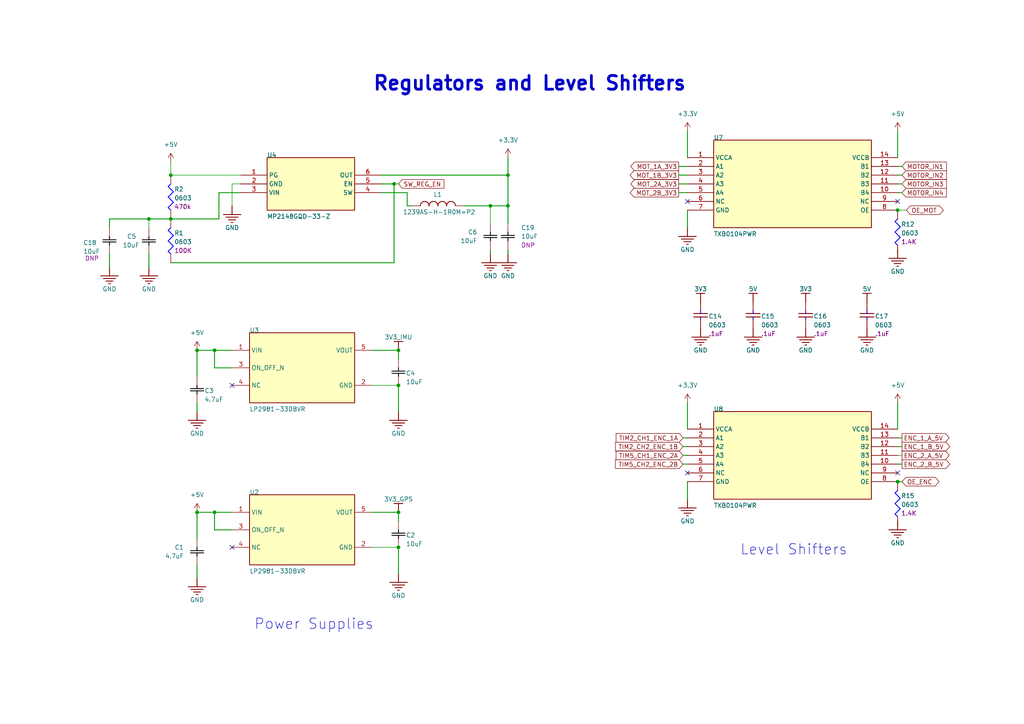
<source format=kicad_sch>
(kicad_sch (version 20230121) (generator eeschema)

  (uuid 9a74edae-c3bc-40f5-90ca-1e71e170c264)

  (paper "A4")

  (lib_symbols
    (symbol "Power-altium-import:3V3" (power) (in_bom yes) (on_board yes)
      (property "Reference" "#PWR" (at 0 0 0)
        (effects (font (size 1.27 1.27)))
      )
      (property "Value" "3V3" (at 0 3.81 0)
        (effects (font (size 1.27 1.27)))
      )
      (property "Footprint" "" (at 0 0 0)
        (effects (font (size 1.27 1.27)) hide)
      )
      (property "Datasheet" "" (at 0 0 0)
        (effects (font (size 1.27 1.27)) hide)
      )
      (property "ki_keywords" "power-flag" (at 0 0 0)
        (effects (font (size 1.27 1.27)) hide)
      )
      (property "ki_description" "Power symbol creates a global label with name '3V3'" (at 0 0 0)
        (effects (font (size 1.27 1.27)) hide)
      )
      (symbol "3V3_0_0"
        (polyline
          (pts
            (xy -1.27 -2.54)
            (xy 1.27 -2.54)
          )
          (stroke (width 0.254) (type solid))
          (fill (type none))
        )
        (polyline
          (pts
            (xy 0 0)
            (xy 0 -2.54)
          )
          (stroke (width 0.254) (type solid))
          (fill (type none))
        )
        (pin power_in line (at 0 0 0) (length 0) hide
          (name "3V3" (effects (font (size 1.27 1.27))))
          (number "" (effects (font (size 1.27 1.27))))
        )
      )
    )
    (symbol "Power-altium-import:3V3_GPS" (power) (in_bom yes) (on_board yes)
      (property "Reference" "#PWR" (at 0 0 0)
        (effects (font (size 1.27 1.27)))
      )
      (property "Value" "3V3_GPS" (at 0 3.81 0)
        (effects (font (size 1.27 1.27)))
      )
      (property "Footprint" "" (at 0 0 0)
        (effects (font (size 1.27 1.27)) hide)
      )
      (property "Datasheet" "" (at 0 0 0)
        (effects (font (size 1.27 1.27)) hide)
      )
      (property "ki_keywords" "power-flag" (at 0 0 0)
        (effects (font (size 1.27 1.27)) hide)
      )
      (property "ki_description" "Power symbol creates a global label with name '3V3_GPS'" (at 0 0 0)
        (effects (font (size 1.27 1.27)) hide)
      )
      (symbol "3V3_GPS_0_0"
        (polyline
          (pts
            (xy -1.27 -2.54)
            (xy 1.27 -2.54)
          )
          (stroke (width 0.254) (type solid))
          (fill (type none))
        )
        (polyline
          (pts
            (xy 0 0)
            (xy 0 -2.54)
          )
          (stroke (width 0.254) (type solid))
          (fill (type none))
        )
        (pin power_in line (at 0 0 0) (length 0) hide
          (name "3V3_GPS" (effects (font (size 1.27 1.27))))
          (number "" (effects (font (size 1.27 1.27))))
        )
      )
    )
    (symbol "Power-altium-import:3V3_IMU" (power) (in_bom yes) (on_board yes)
      (property "Reference" "#PWR" (at 0 0 0)
        (effects (font (size 1.27 1.27)))
      )
      (property "Value" "3V3_IMU" (at 0 3.81 0)
        (effects (font (size 1.27 1.27)))
      )
      (property "Footprint" "" (at 0 0 0)
        (effects (font (size 1.27 1.27)) hide)
      )
      (property "Datasheet" "" (at 0 0 0)
        (effects (font (size 1.27 1.27)) hide)
      )
      (property "ki_keywords" "power-flag" (at 0 0 0)
        (effects (font (size 1.27 1.27)) hide)
      )
      (property "ki_description" "Power symbol creates a global label with name '3V3_IMU'" (at 0 0 0)
        (effects (font (size 1.27 1.27)) hide)
      )
      (symbol "3V3_IMU_0_0"
        (polyline
          (pts
            (xy -1.27 -2.54)
            (xy 1.27 -2.54)
          )
          (stroke (width 0.254) (type solid))
          (fill (type none))
        )
        (polyline
          (pts
            (xy 0 0)
            (xy 0 -2.54)
          )
          (stroke (width 0.254) (type solid))
          (fill (type none))
        )
        (pin power_in line (at 0 0 0) (length 0) hide
          (name "3V3_IMU" (effects (font (size 1.27 1.27))))
          (number "" (effects (font (size 1.27 1.27))))
        )
      )
    )
    (symbol "Power-altium-import:5V" (power) (in_bom yes) (on_board yes)
      (property "Reference" "#PWR" (at 0 0 0)
        (effects (font (size 1.27 1.27)))
      )
      (property "Value" "5V" (at 0 3.81 0)
        (effects (font (size 1.27 1.27)))
      )
      (property "Footprint" "" (at 0 0 0)
        (effects (font (size 1.27 1.27)) hide)
      )
      (property "Datasheet" "" (at 0 0 0)
        (effects (font (size 1.27 1.27)) hide)
      )
      (property "ki_keywords" "power-flag" (at 0 0 0)
        (effects (font (size 1.27 1.27)) hide)
      )
      (property "ki_description" "Power symbol creates a global label with name '5V'" (at 0 0 0)
        (effects (font (size 1.27 1.27)) hide)
      )
      (symbol "5V_0_0"
        (polyline
          (pts
            (xy -1.27 -2.54)
            (xy 1.27 -2.54)
          )
          (stroke (width 0.254) (type solid))
          (fill (type none))
        )
        (polyline
          (pts
            (xy 0 0)
            (xy 0 -2.54)
          )
          (stroke (width 0.254) (type solid))
          (fill (type none))
        )
        (pin power_in line (at 0 0 0) (length 0) hide
          (name "5V" (effects (font (size 1.27 1.27))))
          (number "" (effects (font (size 1.27 1.27))))
        )
      )
    )
    (symbol "Power-altium-import:GND" (power) (in_bom yes) (on_board yes)
      (property "Reference" "#PWR" (at 0 0 0)
        (effects (font (size 1.27 1.27)))
      )
      (property "Value" "GND" (at 0 6.35 0)
        (effects (font (size 1.27 1.27)))
      )
      (property "Footprint" "" (at 0 0 0)
        (effects (font (size 1.27 1.27)) hide)
      )
      (property "Datasheet" "" (at 0 0 0)
        (effects (font (size 1.27 1.27)) hide)
      )
      (property "ki_keywords" "power-flag" (at 0 0 0)
        (effects (font (size 1.27 1.27)) hide)
      )
      (property "ki_description" "Power symbol creates a global label with name 'GND'" (at 0 0 0)
        (effects (font (size 1.27 1.27)) hide)
      )
      (symbol "GND_0_0"
        (polyline
          (pts
            (xy -2.54 -2.54)
            (xy 2.54 -2.54)
          )
          (stroke (width 0.254) (type solid))
          (fill (type none))
        )
        (polyline
          (pts
            (xy -1.778 -3.302)
            (xy 1.778 -3.302)
          )
          (stroke (width 0.254) (type solid))
          (fill (type none))
        )
        (polyline
          (pts
            (xy -1.016 -4.064)
            (xy 1.016 -4.064)
          )
          (stroke (width 0.254) (type solid))
          (fill (type none))
        )
        (polyline
          (pts
            (xy -0.254 -4.826)
            (xy 0.254 -4.826)
          )
          (stroke (width 0.254) (type solid))
          (fill (type none))
        )
        (polyline
          (pts
            (xy 0 0)
            (xy 0 -2.54)
          )
          (stroke (width 0.254) (type solid))
          (fill (type none))
        )
        (pin power_in line (at 0 0 0) (length 0) hide
          (name "GND" (effects (font (size 1.27 1.27))))
          (number "" (effects (font (size 1.27 1.27))))
        )
      )
    )
    (symbol "Power-altium-import:root_0_1239AS-H-1R0M=P2" (in_bom yes) (on_board yes)
      (property "Reference" "" (at 0 0 0)
        (effects (font (size 1.27 1.27)))
      )
      (property "Value" "" (at 0 0 0)
        (effects (font (size 1.27 1.27)))
      )
      (property "Footprint" "" (at 0 0 0)
        (effects (font (size 1.27 1.27)) hide)
      )
      (property "Datasheet" "" (at 0 0 0)
        (effects (font (size 1.27 1.27)) hide)
      )
      (property "ki_description" "Inductor with Inductance: 1uH Tol. +/-20%, Package: 1008 _2520_" (at 0 0 0)
        (effects (font (size 1.27 1.27)) hide)
      )
      (property "ki_fp_filters" "C:_Users_mushe_Documents_GitHub_swarm_crawler_Minibot_V1_swarm_crawler_pcb.PcbLib_CAPC10555_55N_KEM" (at 0 0 0)
        (effects (font (size 1.27 1.27)) hide)
      )
      (symbol "root_0_1239AS-H-1R0M=P2_1_0"
        (arc (start -2.54 0) (mid -3.81 1.2645) (end -5.08 0)
          (stroke (width 0.254) (type solid))
          (fill (type none))
        )
        (arc (start 0 0) (mid -1.27 1.2645) (end -2.54 0)
          (stroke (width 0.254) (type solid))
          (fill (type none))
        )
        (arc (start 2.54 0) (mid 1.27 1.2645) (end 0 0)
          (stroke (width 0.254) (type solid))
          (fill (type none))
        )
        (arc (start 5.08 0) (mid 3.81 1.2645) (end 2.54 0)
          (stroke (width 0.254) (type solid))
          (fill (type none))
        )
        (pin passive line (at -7.62 0 0) (length 2.54)
          (name "1" (effects (font (size 0 0))))
          (number "1" (effects (font (size 0 0))))
        )
        (pin passive line (at 7.62 0 180) (length 2.54)
          (name "2" (effects (font (size 0 0))))
          (number "2" (effects (font (size 0 0))))
        )
      )
    )
    (symbol "Power-altium-import:root_0_LP2981-33DBVR" (in_bom yes) (on_board yes)
      (property "Reference" "" (at 0 0 0)
        (effects (font (size 1.27 1.27)))
      )
      (property "Value" "" (at 0 0 0)
        (effects (font (size 1.27 1.27)))
      )
      (property "Footprint" "" (at 0 0 0)
        (effects (font (size 1.27 1.27)) hide)
      )
      (property "Datasheet" "" (at 0 0 0)
        (effects (font (size 1.27 1.27)) hide)
      )
      (property "ki_description" "No Description Available" (at 0 0 0)
        (effects (font (size 1.27 1.27)) hide)
      )
      (property "ki_fp_filters" "C:_Users_mushe_Documents_GitHub_swarm_crawler_Minibot_V1_swarm_crawler_pcb.PcbLib_DBV0005A_N" (at 0 0 0)
        (effects (font (size 1.27 1.27)) hide)
      )
      (symbol "root_0_LP2981-33DBVR_1_0"
        (rectangle (start 15.24 10.16) (end -15.24 -10.16)
          (stroke (width 0.254) (type solid))
          (fill (type background))
        )
        (pin power_in line (at -20.32 5.08 0) (length 5.08)
          (name "VIN" (effects (font (size 1.27 1.27))))
          (number "1" (effects (font (size 1.27 1.27))))
        )
        (pin power_in line (at 20.32 -5.08 180) (length 5.08)
          (name "GND" (effects (font (size 1.27 1.27))))
          (number "2" (effects (font (size 1.27 1.27))))
        )
        (pin input line (at -20.32 0 0) (length 5.08)
          (name "ON_OFF_N" (effects (font (size 1.27 1.27))))
          (number "3" (effects (font (size 1.27 1.27))))
        )
        (pin passive line (at -20.32 -5.08 0) (length 5.08)
          (name "NC" (effects (font (size 1.27 1.27))))
          (number "4" (effects (font (size 1.27 1.27))))
        )
        (pin power_in line (at 20.32 5.08 180) (length 5.08)
          (name "VOUT" (effects (font (size 1.27 1.27))))
          (number "5" (effects (font (size 1.27 1.27))))
        )
      )
    )
    (symbol "Power-altium-import:root_0_MP2148GQD-33-Z" (in_bom yes) (on_board yes)
      (property "Reference" "" (at 0 0 0)
        (effects (font (size 1.27 1.27)))
      )
      (property "Value" "" (at 0 0 0)
        (effects (font (size 1.27 1.27)))
      )
      (property "Footprint" "" (at 0 0 0)
        (effects (font (size 1.27 1.27)) hide)
      )
      (property "Datasheet" "" (at 0 0 0)
        (effects (font (size 1.27 1.27)) hide)
      )
      (property "ki_description" "No Description Available" (at 0 0 0)
        (effects (font (size 1.27 1.27)) hide)
      )
      (property "ki_fp_filters" "C:_Users_mushe_Documents_GitHub_swarm_crawler_Minibot_V1_swarm_crawler_pcb.PcbLib_QFN-1p0x1p5_MNP" (at 0 0 0)
        (effects (font (size 1.27 1.27)) hide)
      )
      (symbol "root_0_MP2148GQD-33-Z_1_0"
        (rectangle (start 33.02 5.08) (end 7.62 -10.16)
          (stroke (width 0.254) (type solid))
          (fill (type background))
        )
        (pin output line (at 0 0 0) (length 7.62)
          (name "PG" (effects (font (size 1.27 1.27))))
          (number "1" (effects (font (size 1.27 1.27))))
        )
        (pin passive line (at 0 -2.54 0) (length 7.62)
          (name "GND" (effects (font (size 1.27 1.27))))
          (number "2" (effects (font (size 1.27 1.27))))
        )
        (pin power_in line (at 0 -5.08 0) (length 7.62)
          (name "VIN" (effects (font (size 1.27 1.27))))
          (number "3" (effects (font (size 1.27 1.27))))
        )
        (pin output line (at 40.64 -5.08 180) (length 7.62)
          (name "SW" (effects (font (size 1.27 1.27))))
          (number "4" (effects (font (size 1.27 1.27))))
        )
        (pin bidirectional line (at 40.64 -2.54 180) (length 7.62)
          (name "EN" (effects (font (size 1.27 1.27))))
          (number "5" (effects (font (size 1.27 1.27))))
        )
        (pin output line (at 40.64 0 180) (length 7.62)
          (name "OUT" (effects (font (size 1.27 1.27))))
          (number "6" (effects (font (size 1.27 1.27))))
        )
      )
    )
    (symbol "Power-altium-import:root_0_TXB0104PWR" (in_bom yes) (on_board yes)
      (property "Reference" "" (at 0 0 0)
        (effects (font (size 1.27 1.27)))
      )
      (property "Value" "" (at 0 0 0)
        (effects (font (size 1.27 1.27)))
      )
      (property "Footprint" "" (at 0 0 0)
        (effects (font (size 1.27 1.27)) hide)
      )
      (property "Datasheet" "" (at 0 0 0)
        (effects (font (size 1.27 1.27)) hide)
      )
      (property "ki_description" "No Description Available" (at 0 0 0)
        (effects (font (size 1.27 1.27)) hide)
      )
      (property "ki_fp_filters" "C:_Users_mushe_Documents_GitHub_swarm_crawler_Minibot_V1_swarm_crawler_pcb.PcbLib_PW14" (at 0 0 0)
        (effects (font (size 1.27 1.27)) hide)
      )
      (symbol "root_0_TXB0104PWR_1_0"
        (rectangle (start 53.34 5.08) (end 7.62 -20.32)
          (stroke (width 0.254) (type solid))
          (fill (type background))
        )
        (pin power_in line (at 0 0 0) (length 7.62)
          (name "VCCA" (effects (font (size 1.27 1.27))))
          (number "1" (effects (font (size 1.27 1.27))))
        )
        (pin bidirectional line (at 60.96 -10.16 180) (length 7.62)
          (name "B4" (effects (font (size 1.27 1.27))))
          (number "10" (effects (font (size 1.27 1.27))))
        )
        (pin bidirectional line (at 60.96 -7.62 180) (length 7.62)
          (name "B3" (effects (font (size 1.27 1.27))))
          (number "11" (effects (font (size 1.27 1.27))))
        )
        (pin bidirectional line (at 60.96 -5.08 180) (length 7.62)
          (name "B2" (effects (font (size 1.27 1.27))))
          (number "12" (effects (font (size 1.27 1.27))))
        )
        (pin bidirectional line (at 60.96 -2.54 180) (length 7.62)
          (name "B1" (effects (font (size 1.27 1.27))))
          (number "13" (effects (font (size 1.27 1.27))))
        )
        (pin power_in line (at 60.96 0 180) (length 7.62)
          (name "VCCB" (effects (font (size 1.27 1.27))))
          (number "14" (effects (font (size 1.27 1.27))))
        )
        (pin bidirectional line (at 0 -2.54 0) (length 7.62)
          (name "A1" (effects (font (size 1.27 1.27))))
          (number "2" (effects (font (size 1.27 1.27))))
        )
        (pin bidirectional line (at 0 -5.08 0) (length 7.62)
          (name "A2" (effects (font (size 1.27 1.27))))
          (number "3" (effects (font (size 1.27 1.27))))
        )
        (pin bidirectional line (at 0 -7.62 0) (length 7.62)
          (name "A3" (effects (font (size 1.27 1.27))))
          (number "4" (effects (font (size 1.27 1.27))))
        )
        (pin bidirectional line (at 0 -10.16 0) (length 7.62)
          (name "A4" (effects (font (size 1.27 1.27))))
          (number "5" (effects (font (size 1.27 1.27))))
        )
        (pin passive line (at 0 -12.7 0) (length 7.62)
          (name "NC" (effects (font (size 1.27 1.27))))
          (number "6" (effects (font (size 1.27 1.27))))
        )
        (pin power_in line (at 0 -15.24 0) (length 7.62)
          (name "GND" (effects (font (size 1.27 1.27))))
          (number "7" (effects (font (size 1.27 1.27))))
        )
        (pin output line (at 60.96 -15.24 180) (length 7.62)
          (name "OE" (effects (font (size 1.27 1.27))))
          (number "8" (effects (font (size 1.27 1.27))))
        )
        (pin passive line (at 60.96 -12.7 180) (length 7.62)
          (name "NC" (effects (font (size 1.27 1.27))))
          (number "9" (effects (font (size 1.27 1.27))))
        )
      )
    )
    (symbol "Power-altium-import:root_1_CL31B106KOHNNWE" (in_bom yes) (on_board yes)
      (property "Reference" "" (at 0 0 0)
        (effects (font (size 1.27 1.27)))
      )
      (property "Value" "" (at 0 0 0)
        (effects (font (size 1.27 1.27)))
      )
      (property "Footprint" "" (at 0 0 0)
        (effects (font (size 1.27 1.27)) hide)
      )
      (property "Datasheet" "" (at 0 0 0)
        (effects (font (size 1.27 1.27)) hide)
      )
      (property "ki_description" "No Description Available" (at 0 0 0)
        (effects (font (size 1.27 1.27)) hide)
      )
      (property "ki_fp_filters" "C:_Users_mushe_Documents_GitHub_swarm_crawler_Minibot_V1_swarm_crawler_pcb.PcbLib_CAP_CL31_SAM" (at 0 0 0)
        (effects (font (size 1.27 1.27)) hide)
      )
      (symbol "root_1_CL31B106KOHNNWE_1_0"
        (polyline
          (pts
            (xy 0 2.54)
            (xy 0 3.48)
          )
          (stroke (width 0.254) (type solid) (color 0 0 0 1))
          (fill (type none))
        )
        (polyline
          (pts
            (xy 0 4.115)
            (xy 0 5.08)
          )
          (stroke (width 0.254) (type solid) (color 0 0 0 1))
          (fill (type none))
        )
        (polyline
          (pts
            (xy 1.905 3.48)
            (xy -1.905 3.48)
          )
          (stroke (width 0.254) (type solid) (color 0 0 0 1))
          (fill (type none))
        )
        (polyline
          (pts
            (xy 1.905 4.115)
            (xy -1.905 4.115)
          )
          (stroke (width 0.254) (type solid) (color 0 0 0 1))
          (fill (type none))
        )
        (pin passive line (at 0 0 90) (length 2.54)
          (name "1" (effects (font (size 0 0))))
          (number "1" (effects (font (size 0 0))))
        )
        (pin passive line (at 0 7.62 270) (length 2.54)
          (name "2" (effects (font (size 0 0))))
          (number "2" (effects (font (size 0 0))))
        )
      )
    )
    (symbol "Power-altium-import:root_1_Cap Semi" (in_bom yes) (on_board yes)
      (property "Reference" "" (at 0 0 0)
        (effects (font (size 1.27 1.27)))
      )
      (property "Value" "" (at 0 0 0)
        (effects (font (size 1.27 1.27)))
      )
      (property "Footprint" "" (at 0 0 0)
        (effects (font (size 1.27 1.27)) hide)
      )
      (property "Datasheet" "" (at 0 0 0)
        (effects (font (size 1.27 1.27)) hide)
      )
      (property "ki_description" "Capacitor (Semiconductor SIM Model)" (at 0 0 0)
        (effects (font (size 1.27 1.27)) hide)
      )
      (property "ki_fp_filters" "1608[0603]" (at 0 0 0)
        (effects (font (size 1.27 1.27)) hide)
      )
      (symbol "root_1_Cap Semi_1_0"
        (polyline
          (pts
            (xy 0.508 1.778)
            (xy 4.572 1.778)
          )
          (stroke (width 0.254) (type solid))
          (fill (type none))
        )
        (polyline
          (pts
            (xy 2.54 0)
            (xy 2.54 0.762)
          )
          (stroke (width 0.254) (type solid) (color 0 0 255 1))
          (fill (type none))
        )
        (polyline
          (pts
            (xy 2.54 2.54)
            (xy 2.54 1.778)
          )
          (stroke (width 0.254) (type solid) (color 0 0 255 1))
          (fill (type none))
        )
        (polyline
          (pts
            (xy 4.572 0.762)
            (xy 0.508 0.762)
          )
          (stroke (width 0.254) (type solid))
          (fill (type none))
        )
        (pin passive line (at 2.54 -2.54 90) (length 2.54)
          (name "1" (effects (font (size 0 0))))
          (number "1" (effects (font (size 0 0))))
        )
        (pin passive line (at 2.54 5.08 270) (length 2.54)
          (name "2" (effects (font (size 0 0))))
          (number "2" (effects (font (size 0 0))))
        )
      )
    )
    (symbol "Power-altium-import:root_1_GRM21BR71C475KE51L" (in_bom yes) (on_board yes)
      (property "Reference" "" (at 0 0 0)
        (effects (font (size 1.27 1.27)))
      )
      (property "Value" "" (at 0 0 0)
        (effects (font (size 1.27 1.27)))
      )
      (property "Footprint" "" (at 0 0 0)
        (effects (font (size 1.27 1.27)) hide)
      )
      (property "Datasheet" "" (at 0 0 0)
        (effects (font (size 1.27 1.27)) hide)
      )
      (property "ki_description" "No Description Available" (at 0 0 0)
        (effects (font (size 1.27 1.27)) hide)
      )
      (property "ki_fp_filters" "C:_Users_mushe_Documents_GitHub_swarm_crawler_Minibot_V1_swarm_crawler_pcb.PcbLib_CAP_GRM0805_2X1P25_MUR" (at 0 0 0)
        (effects (font (size 1.27 1.27)) hide)
      )
      (symbol "root_1_GRM21BR71C475KE51L_1_0"
        (polyline
          (pts
            (xy 0 2.54)
            (xy 0 3.48)
          )
          (stroke (width 0.254) (type solid) (color 0 0 0 1))
          (fill (type none))
        )
        (polyline
          (pts
            (xy 0 4.115)
            (xy 0 5.08)
          )
          (stroke (width 0.254) (type solid) (color 0 0 0 1))
          (fill (type none))
        )
        (polyline
          (pts
            (xy 1.905 3.48)
            (xy -1.905 3.48)
          )
          (stroke (width 0.254) (type solid) (color 0 0 0 1))
          (fill (type none))
        )
        (polyline
          (pts
            (xy 1.905 4.115)
            (xy -1.905 4.115)
          )
          (stroke (width 0.254) (type solid) (color 0 0 0 1))
          (fill (type none))
        )
        (pin passive line (at 0 0 90) (length 2.54)
          (name "1" (effects (font (size 0 0))))
          (number "1" (effects (font (size 0 0))))
        )
        (pin passive line (at 0 7.62 270) (length 2.54)
          (name "2" (effects (font (size 0 0))))
          (number "2" (effects (font (size 0 0))))
        )
      )
    )
    (symbol "Power-altium-import:root_1_Res3" (in_bom yes) (on_board yes)
      (property "Reference" "" (at 0 0 0)
        (effects (font (size 1.27 1.27)))
      )
      (property "Value" "" (at 0 0 0)
        (effects (font (size 1.27 1.27)))
      )
      (property "Footprint" "" (at 0 0 0)
        (effects (font (size 1.27 1.27)) hide)
      )
      (property "Datasheet" "" (at 0 0 0)
        (effects (font (size 1.27 1.27)) hide)
      )
      (property "ki_description" "Resistor" (at 0 0 0)
        (effects (font (size 1.27 1.27)) hide)
      )
      (property "ki_fp_filters" "J1-0603" (at 0 0 0)
        (effects (font (size 1.27 1.27)) hide)
      )
      (symbol "root_1_Res3_1_0"
        (polyline
          (pts
            (xy 2.54 7.62)
            (xy 1.778 6.858)
            (xy 3.302 5.334)
            (xy 1.778 3.81)
            (xy 3.302 2.286)
            (xy 1.778 0.762)
            (xy 2.54 0)
          )
          (stroke (width 0.254) (type solid) (color 0 0 255 1))
          (fill (type none))
        )
        (pin passive line (at 2.54 -2.54 90) (length 2.54)
          (name "1" (effects (font (size 0 0))))
          (number "1" (effects (font (size 0 0))))
        )
        (pin passive line (at 2.54 10.16 270) (length 2.54)
          (name "2" (effects (font (size 0 0))))
          (number "2" (effects (font (size 0 0))))
        )
      )
    )
    (symbol "power:+3.3V" (power) (pin_names (offset 0)) (in_bom yes) (on_board yes)
      (property "Reference" "#PWR" (at 0 -3.81 0)
        (effects (font (size 1.27 1.27)) hide)
      )
      (property "Value" "+3.3V" (at 0 3.556 0)
        (effects (font (size 1.27 1.27)))
      )
      (property "Footprint" "" (at 0 0 0)
        (effects (font (size 1.27 1.27)) hide)
      )
      (property "Datasheet" "" (at 0 0 0)
        (effects (font (size 1.27 1.27)) hide)
      )
      (property "ki_keywords" "global power" (at 0 0 0)
        (effects (font (size 1.27 1.27)) hide)
      )
      (property "ki_description" "Power symbol creates a global label with name \"+3.3V\"" (at 0 0 0)
        (effects (font (size 1.27 1.27)) hide)
      )
      (symbol "+3.3V_0_1"
        (polyline
          (pts
            (xy -0.762 1.27)
            (xy 0 2.54)
          )
          (stroke (width 0) (type default))
          (fill (type none))
        )
        (polyline
          (pts
            (xy 0 0)
            (xy 0 2.54)
          )
          (stroke (width 0) (type default))
          (fill (type none))
        )
        (polyline
          (pts
            (xy 0 2.54)
            (xy 0.762 1.27)
          )
          (stroke (width 0) (type default))
          (fill (type none))
        )
      )
      (symbol "+3.3V_1_1"
        (pin power_in line (at 0 0 90) (length 0) hide
          (name "+3.3V" (effects (font (size 1.27 1.27))))
          (number "1" (effects (font (size 1.27 1.27))))
        )
      )
    )
    (symbol "power:+5V" (power) (pin_names (offset 0)) (in_bom yes) (on_board yes)
      (property "Reference" "#PWR" (at 0 -3.81 0)
        (effects (font (size 1.27 1.27)) hide)
      )
      (property "Value" "+5V" (at 0 3.556 0)
        (effects (font (size 1.27 1.27)))
      )
      (property "Footprint" "" (at 0 0 0)
        (effects (font (size 1.27 1.27)) hide)
      )
      (property "Datasheet" "" (at 0 0 0)
        (effects (font (size 1.27 1.27)) hide)
      )
      (property "ki_keywords" "global power" (at 0 0 0)
        (effects (font (size 1.27 1.27)) hide)
      )
      (property "ki_description" "Power symbol creates a global label with name \"+5V\"" (at 0 0 0)
        (effects (font (size 1.27 1.27)) hide)
      )
      (symbol "+5V_0_1"
        (polyline
          (pts
            (xy -0.762 1.27)
            (xy 0 2.54)
          )
          (stroke (width 0) (type default))
          (fill (type none))
        )
        (polyline
          (pts
            (xy 0 0)
            (xy 0 2.54)
          )
          (stroke (width 0) (type default))
          (fill (type none))
        )
        (polyline
          (pts
            (xy 0 2.54)
            (xy 0.762 1.27)
          )
          (stroke (width 0) (type default))
          (fill (type none))
        )
      )
      (symbol "+5V_1_1"
        (pin power_in line (at 0 0 90) (length 0) hide
          (name "+5V" (effects (font (size 1.27 1.27))))
          (number "1" (effects (font (size 1.27 1.27))))
        )
      )
    )
  )

  (junction (at 147.32 59.69) (diameter 0) (color 0 0 0 0)
    (uuid 1bc6ee30-f290-457b-a529-17c76e4bddc6)
  )
  (junction (at 260.35 139.7) (diameter 0) (color 0 0 0 0)
    (uuid 2e95944a-0a96-4d12-8933-5cc7153332fd)
  )
  (junction (at 115.57 148.59) (diameter 0) (color 0 0 0 0)
    (uuid 3d44bfb1-83a4-4bd7-b39a-4b8de0d9ba61)
  )
  (junction (at 49.53 50.8) (diameter 0) (color 0 0 0 0)
    (uuid 69620928-4f92-48f5-9c0c-e9a47b73b813)
  )
  (junction (at 57.15 101.6) (diameter 0) (color 0 0 0 0)
    (uuid 7da13dff-246f-43e2-b506-85c2c0c6c4e4)
  )
  (junction (at 260.35 60.96) (diameter 0) (color 0 0 0 0)
    (uuid 7ea3cd41-eb45-4c6a-9f14-9494784ca5e6)
  )
  (junction (at 57.15 148.59) (diameter 0) (color 0 0 0 0)
    (uuid 86ee89bb-e467-484e-86f9-caca2ec7fe23)
  )
  (junction (at 43.18 63.5) (diameter 0) (color 0 0 0 0)
    (uuid 95adb7e5-6bc8-4741-bf87-a6c752513d4c)
  )
  (junction (at 115.57 158.75) (diameter 0) (color 0 0 0 0)
    (uuid 986e8713-9584-46ad-a0b0-53b3a85bee00)
  )
  (junction (at 49.53 63.5) (diameter 0) (color 0 0 0 0)
    (uuid 9aec35fc-9eec-4253-8cac-56dca8ce2f87)
  )
  (junction (at 62.23 148.59) (diameter 0) (color 0 0 0 0)
    (uuid a34508aa-5a9e-4567-95c6-561c3d662909)
  )
  (junction (at 115.57 111.76) (diameter 0) (color 0 0 0 0)
    (uuid a88871be-3cfe-46f8-a152-851186eba715)
  )
  (junction (at 142.24 59.69) (diameter 0) (color 0 0 0 0)
    (uuid b1f86e1b-b78c-4f58-975e-e7907e07abee)
  )
  (junction (at 62.23 101.6) (diameter 0) (color 0 0 0 0)
    (uuid c075ecbe-9cd3-4c19-b21a-9bbad7b5f944)
  )
  (junction (at 114.3 53.34) (diameter 0) (color 0 0 0 0)
    (uuid d6bf9166-72fe-456a-b793-5f8db69e3ea9)
  )
  (junction (at 147.32 50.8) (diameter 0) (color 0 0 0 0)
    (uuid db624b0d-eb22-4d03-938e-79b39ee1fb76)
  )
  (junction (at 115.57 101.6) (diameter 0) (color 0 0 0 0)
    (uuid eab42fa2-1b22-4448-b1f3-dc2a9f39fabc)
  )

  (no_connect (at 199.39 58.42) (uuid 748b9e7e-a09b-4538-b93f-d9487621728a))
  (no_connect (at 199.39 137.16) (uuid bf0791ea-3300-4fe6-9a45-84011a551e6c))
  (no_connect (at 260.35 58.42) (uuid d0fa67f5-1013-483e-8e31-e1856dbb2501))
  (no_connect (at 67.31 111.76) (uuid dc84b875-1d0b-4dad-a9b1-988d9831e886))
  (no_connect (at 260.35 137.16) (uuid de18d085-0e3f-46a3-957e-0a8eee0a464d))
  (no_connect (at 67.31 158.75) (uuid e0195497-d4bf-4683-9817-9f1018572b25))

  (wire (pts (xy 196.85 53.34) (xy 199.39 53.34))
    (stroke (width 0.254) (type default))
    (uuid 0433adb7-c8f9-4b53-84b3-634297185f2a)
  )
  (wire (pts (xy 107.95 111.76) (xy 115.57 111.76))
    (stroke (width 0) (type default))
    (uuid 056bc2c8-dbf9-477d-8a1b-2063ea328384)
  )
  (wire (pts (xy 49.53 50.8) (xy 69.85 50.8))
    (stroke (width 0) (type default))
    (uuid 13cf2fdf-dafb-433b-8252-85268941b4b6)
  )
  (wire (pts (xy 260.35 134.62) (xy 261.62 134.62))
    (stroke (width 0.254) (type default))
    (uuid 14dabb6b-3233-483a-b2d5-ada284edf299)
  )
  (wire (pts (xy 114.3 53.34) (xy 114.3 76.2))
    (stroke (width 0.254) (type default))
    (uuid 1c9fb500-99da-46bb-b1dc-914d79049b9c)
  )
  (wire (pts (xy 142.24 64.77) (xy 142.24 59.69))
    (stroke (width 0) (type default))
    (uuid 1e5e164c-7444-4318-b6b4-ed22fa03f7b7)
  )
  (wire (pts (xy 118.11 59.69) (xy 119.38 59.69))
    (stroke (width 0.254) (type default))
    (uuid 27c86cdb-1bc0-4fb3-860a-76c271dea4bd)
  )
  (wire (pts (xy 62.23 101.6) (xy 67.31 101.6))
    (stroke (width 0.254) (type default))
    (uuid 297aaed1-aa68-4b0d-95c9-122df3360490)
  )
  (wire (pts (xy 43.18 73.66) (xy 43.18 77.47))
    (stroke (width 0.254) (type default))
    (uuid 2ae6dff8-93f4-42e5-b853-a7ef0db857e0)
  )
  (wire (pts (xy 260.35 116.84) (xy 260.35 124.46))
    (stroke (width 0.254) (type default))
    (uuid 2b795802-292f-49ee-9684-c9b06555320e)
  )
  (wire (pts (xy 57.15 109.22) (xy 57.15 101.6))
    (stroke (width 0.254) (type default))
    (uuid 2cd9b403-d002-490a-8904-0ff0ed217c45)
  )
  (wire (pts (xy 114.3 76.2) (xy 49.53 76.2))
    (stroke (width 0.254) (type default))
    (uuid 372a9ec6-123a-4e72-9b31-ab48d60cd312)
  )
  (wire (pts (xy 261.62 139.7) (xy 260.35 139.7))
    (stroke (width 0.254) (type default))
    (uuid 39c5bfa9-3e3d-41a7-960c-f4c373619766)
  )
  (wire (pts (xy 57.15 163.83) (xy 57.15 167.64))
    (stroke (width 0.254) (type default))
    (uuid 3e6265c2-4469-41cd-b5c8-c66494acb0be)
  )
  (wire (pts (xy 62.23 148.59) (xy 67.31 148.59))
    (stroke (width 0.254) (type default))
    (uuid 3fd35e39-6b7e-49f9-a757-6ae6201d9834)
  )
  (wire (pts (xy 43.18 63.5) (xy 43.18 66.04))
    (stroke (width 0) (type default))
    (uuid 44e96ccc-ad68-4d3f-8e6d-a320273107ec)
  )
  (wire (pts (xy 260.35 53.34) (xy 261.62 53.34))
    (stroke (width 0.254) (type default))
    (uuid 4a6a9104-ac46-483d-9e31-e9523b47f505)
  )
  (wire (pts (xy 199.39 139.7) (xy 199.39 144.78))
    (stroke (width 0.254) (type default))
    (uuid 4d80691e-4ff4-4b1b-a005-bd93f3b831a0)
  )
  (wire (pts (xy 67.31 106.68) (xy 62.23 106.68))
    (stroke (width 0.254) (type default))
    (uuid 5471444c-8d4a-4079-ad91-3af93bb1fe15)
  )
  (wire (pts (xy 260.35 132.08) (xy 261.62 132.08))
    (stroke (width 0) (type default))
    (uuid 5a466172-9530-434c-8447-902c5fe882cf)
  )
  (wire (pts (xy 62.23 106.68) (xy 62.23 101.6))
    (stroke (width 0.254) (type default))
    (uuid 5bd08fb1-06c2-40f8-8563-cf7569400b72)
  )
  (wire (pts (xy 147.32 73.66) (xy 147.32 72.39))
    (stroke (width 0.254) (type default))
    (uuid 652a652d-1ead-442a-adb6-bc7ea510e376)
  )
  (wire (pts (xy 134.62 59.69) (xy 142.24 59.69))
    (stroke (width 0.254) (type default))
    (uuid 6570c306-7194-44c1-8835-c1ccad15d0e0)
  )
  (wire (pts (xy 63.5 63.5) (xy 63.5 55.88))
    (stroke (width 0.254) (type default))
    (uuid 697cce7e-4d78-4616-8603-a962d4903039)
  )
  (wire (pts (xy 115.57 111.76) (xy 115.57 119.38))
    (stroke (width 0.254) (type default))
    (uuid 79c3481d-6c16-453e-8514-64643d6a9937)
  )
  (wire (pts (xy 49.53 46.99) (xy 49.53 50.8))
    (stroke (width 0) (type default))
    (uuid 7b4e9dce-dd4e-4706-a355-7b7fa8b5c03f)
  )
  (wire (pts (xy 262.89 60.96) (xy 260.35 60.96))
    (stroke (width 0) (type default))
    (uuid 7ca15798-6d3f-4585-ac25-df599fe326fb)
  )
  (wire (pts (xy 147.32 50.8) (xy 147.32 59.69))
    (stroke (width 0.254) (type default))
    (uuid 7ca6bb20-4f55-4b01-b031-c48d1fb49f13)
  )
  (wire (pts (xy 115.57 158.75) (xy 115.57 166.37))
    (stroke (width 0.254) (type default))
    (uuid 8104ac38-0fd0-4c97-8c6b-2d51cda3293d)
  )
  (wire (pts (xy 260.35 55.88) (xy 261.62 55.88))
    (stroke (width 0.254) (type default))
    (uuid 8389b1e3-0fcf-49b5-a7db-ea51577d3914)
  )
  (wire (pts (xy 110.49 53.34) (xy 114.3 53.34))
    (stroke (width 0.254) (type default))
    (uuid 8404acd3-f5a0-474c-81e8-b2f6b86f7d6c)
  )
  (wire (pts (xy 260.35 48.26) (xy 261.62 48.26))
    (stroke (width 0.254) (type default))
    (uuid 8a2eb713-3656-4521-a56d-e9ed43ba2b3f)
  )
  (wire (pts (xy 260.35 129.54) (xy 261.62 129.54))
    (stroke (width 0.254) (type default))
    (uuid 8a439aa0-c1c7-486c-8b6e-18799a9f91a6)
  )
  (wire (pts (xy 198.12 129.54) (xy 199.39 129.54))
    (stroke (width 0.254) (type default))
    (uuid 8a9333ad-1686-4afb-bbb5-d35131f460d9)
  )
  (wire (pts (xy 31.75 73.66) (xy 31.75 77.47))
    (stroke (width 0.254) (type default))
    (uuid 8b2f7588-312d-478c-b838-b9b4fe189940)
  )
  (wire (pts (xy 198.12 127) (xy 199.39 127))
    (stroke (width 0.254) (type default))
    (uuid 8baa3609-0f21-4162-bb9e-5d804c7b83df)
  )
  (wire (pts (xy 107.95 101.6) (xy 115.57 101.6))
    (stroke (width 0.254) (type default))
    (uuid 90df0a39-2926-4431-a434-0a7fb65a146f)
  )
  (wire (pts (xy 118.11 55.88) (xy 110.49 55.88))
    (stroke (width 0.254) (type default))
    (uuid 92ed4bf5-bbf2-425e-9bda-96ba06851c3f)
  )
  (wire (pts (xy 147.32 50.8) (xy 147.32 45.72))
    (stroke (width 0.254) (type default))
    (uuid 936d9f3f-b05d-42c0-b55c-3fbd6ea65c0f)
  )
  (wire (pts (xy 43.18 63.5) (xy 49.53 63.5))
    (stroke (width 0.254) (type default))
    (uuid 97ffd17b-35fd-482c-92cc-82a92fde73d1)
  )
  (wire (pts (xy 260.35 38.1) (xy 260.35 45.72))
    (stroke (width 0.254) (type default))
    (uuid 9a95e1fe-63bf-4a69-bd50-ed08e7eae0b7)
  )
  (wire (pts (xy 57.15 148.59) (xy 62.23 148.59))
    (stroke (width 0.254) (type default))
    (uuid 9ca2d055-a4b1-4912-9615-2bb9ef632a26)
  )
  (wire (pts (xy 199.39 116.84) (xy 199.39 124.46))
    (stroke (width 0.254) (type default))
    (uuid 9e542cef-ae90-4154-bfa7-0ebe9f312af8)
  )
  (wire (pts (xy 115.57 101.6) (xy 115.57 104.14))
    (stroke (width 0.254) (type default))
    (uuid 9f3d6a97-0f42-4192-bf62-43862f12b383)
  )
  (wire (pts (xy 49.53 63.5) (xy 63.5 63.5))
    (stroke (width 0.254) (type default))
    (uuid 9fbb9bc3-7003-4969-8538-a6b0c4407910)
  )
  (wire (pts (xy 67.31 153.67) (xy 62.23 153.67))
    (stroke (width 0.254) (type default))
    (uuid a26fd502-6030-48f2-b145-7cd9b9ee04a5)
  )
  (wire (pts (xy 260.35 50.8) (xy 261.62 50.8))
    (stroke (width 0.254) (type default))
    (uuid a55717b3-9dec-483e-a175-dd455604523c)
  )
  (wire (pts (xy 196.85 48.26) (xy 199.39 48.26))
    (stroke (width 0.254) (type default))
    (uuid a9dd2784-835d-4929-b1fc-38decc71e699)
  )
  (wire (pts (xy 67.31 53.34) (xy 67.31 59.69))
    (stroke (width 0) (type default))
    (uuid b00b5bde-3d16-4d0b-81fd-4fbf3e50a973)
  )
  (wire (pts (xy 63.5 55.88) (xy 69.85 55.88))
    (stroke (width 0.254) (type default))
    (uuid b4ca0dd7-aa4c-4b77-847b-55a5c0dbad0d)
  )
  (wire (pts (xy 57.15 101.6) (xy 62.23 101.6))
    (stroke (width 0.254) (type default))
    (uuid b8c839a2-62a3-497a-8918-bf1cbd851e7a)
  )
  (wire (pts (xy 62.23 153.67) (xy 62.23 148.59))
    (stroke (width 0.254) (type default))
    (uuid b9ad6409-a834-4f05-b007-fe54d8e6ac98)
  )
  (wire (pts (xy 260.35 72.39) (xy 260.35 73.66))
    (stroke (width 0) (type default))
    (uuid bbc071f3-07a6-427d-8c4d-7e87b9e2baf9)
  )
  (wire (pts (xy 142.24 59.69) (xy 147.32 59.69))
    (stroke (width 0.254) (type default))
    (uuid cb31604e-41d6-456f-9ff0-d9898aa59625)
  )
  (wire (pts (xy 69.85 53.34) (xy 67.31 53.34))
    (stroke (width 0) (type default))
    (uuid d1553fb3-a1e4-47b0-b2b3-4f9d318bd6e6)
  )
  (wire (pts (xy 57.15 116.84) (xy 57.15 119.38))
    (stroke (width 0.254) (type default))
    (uuid d46d89cf-1f9f-4475-b1cf-8d79f893972d)
  )
  (wire (pts (xy 110.49 50.8) (xy 147.32 50.8))
    (stroke (width 0.254) (type default))
    (uuid d66da15f-3233-4b5d-b3e9-520418de092b)
  )
  (wire (pts (xy 107.95 148.59) (xy 115.57 148.59))
    (stroke (width 0.254) (type default))
    (uuid d7102f7e-1fd5-4370-b366-cc728511d206)
  )
  (wire (pts (xy 199.39 38.1) (xy 199.39 45.72))
    (stroke (width 0.254) (type default))
    (uuid da28c58d-ce22-4dc8-9469-03605b845bab)
  )
  (wire (pts (xy 196.85 50.8) (xy 199.39 50.8))
    (stroke (width 0.254) (type default))
    (uuid db7c7bc4-057d-436b-a90b-22db383279ea)
  )
  (wire (pts (xy 199.39 66.04) (xy 199.39 60.96))
    (stroke (width 0.254) (type default))
    (uuid e039733a-6476-4e8d-9263-ca2ed1545c11)
  )
  (wire (pts (xy 142.24 72.39) (xy 142.24 73.66))
    (stroke (width 0.254) (type default))
    (uuid e2301468-a780-468d-9b5d-9f8cff8346f2)
  )
  (wire (pts (xy 114.3 53.34) (xy 115.57 53.34))
    (stroke (width 0) (type default))
    (uuid e46e66e6-59e4-454e-858d-a347e7c8a6b4)
  )
  (wire (pts (xy 198.12 132.08) (xy 199.39 132.08))
    (stroke (width 0.254) (type default))
    (uuid e61e29a4-6a6f-4e00-822b-92991b28b7b9)
  )
  (wire (pts (xy 115.57 148.59) (xy 115.57 151.13))
    (stroke (width 0.254) (type default))
    (uuid e669c5a1-e30c-44b8-bb19-aaf2bc797945)
  )
  (wire (pts (xy 118.11 59.69) (xy 118.11 55.88))
    (stroke (width 0.254) (type default))
    (uuid e8dc9b34-0976-45e7-a071-cbcb206bfa2a)
  )
  (wire (pts (xy 31.75 63.5) (xy 43.18 63.5))
    (stroke (width 0.254) (type default))
    (uuid e9d06143-99d0-4e29-9100-52bf1e986f46)
  )
  (wire (pts (xy 260.35 127) (xy 261.62 127))
    (stroke (width 0.254) (type default))
    (uuid ef18675d-d8ef-4dc9-9bd3-56f23cb3c9f5)
  )
  (wire (pts (xy 57.15 156.21) (xy 57.15 148.59))
    (stroke (width 0.254) (type default))
    (uuid f00fce09-6805-4045-8ed5-d19e23f48a23)
  )
  (wire (pts (xy 196.85 55.88) (xy 199.39 55.88))
    (stroke (width 0.254) (type default))
    (uuid f309feea-a6b2-4bdc-90d1-65f2a16240e2)
  )
  (wire (pts (xy 107.95 158.75) (xy 115.57 158.75))
    (stroke (width 0) (type default))
    (uuid f319207d-ac70-4f78-8ab9-27f7bf5731b4)
  )
  (wire (pts (xy 147.32 59.69) (xy 147.32 64.77))
    (stroke (width 0.254) (type default))
    (uuid fa3357b1-0e25-4657-81b3-91ffbfcc087b)
  )
  (wire (pts (xy 198.12 134.62) (xy 199.39 134.62))
    (stroke (width 0.254) (type default))
    (uuid fba11db2-2ffe-4450-994d-d9b67a8b3eb5)
  )
  (wire (pts (xy 31.75 63.5) (xy 31.75 66.04))
    (stroke (width 0.254) (type default))
    (uuid feae7ff5-7a77-4ee3-b4d0-176c3c2053bf)
  )
  (wire (pts (xy 260.35 152.4) (xy 260.35 151.13))
    (stroke (width 0) (type default))
    (uuid fec6c66e-faf6-48a8-a485-c74e7b09d0a4)
  )

  (text "Power Supplies" (at 73.66 182.88 0)
    (effects (font (size 3 3)) (justify left bottom))
    (uuid 0a0fc725-b566-4a4c-9d79-dc5edef86a14)
  )
  (text "Regulators and Level Shifters" (at 107.95 26.67 0)
    (effects (font (size 4 4) (thickness 0.8) bold) (justify left bottom))
    (uuid 64a27a10-6a32-4dd5-b797-b0340d332855)
  )
  (text "Level Shifters" (at 214.63 161.29 0)
    (effects (font (size 3 3)) (justify left bottom))
    (uuid c489c793-ca15-4a23-b9a2-86408d448285)
  )

  (global_label "ENC_1_B_5V" (shape output) (at 261.62 129.54 0) (fields_autoplaced)
    (effects (font (size 1.27 1.27)) (justify left))
    (uuid 1dc72e80-27f7-4c09-8025-3f7212e38efd)
    (property "Intersheetrefs" "${INTERSHEET_REFS}" (at 276.0351 129.54 0)
      (effects (font (size 1.27 1.27)) (justify left) hide)
    )
  )
  (global_label "MOT_1A_3V3" (shape output) (at 196.85 48.26 180) (fields_autoplaced)
    (effects (font (size 1.27 1.27)) (justify right))
    (uuid 2ae8a2bd-f215-49a6-b0ec-f29cb3cec9d5)
    (property "Intersheetrefs" "${INTERSHEET_REFS}" (at 182.3744 48.26 0)
      (effects (font (size 1.27 1.27)) (justify right) hide)
    )
  )
  (global_label "MOT_2A_3V3" (shape output) (at 196.85 53.34 180) (fields_autoplaced)
    (effects (font (size 1.27 1.27)) (justify right))
    (uuid 40aed7d8-63c2-4bad-829e-f002be8a3bbf)
    (property "Intersheetrefs" "${INTERSHEET_REFS}" (at 182.3744 53.34 0)
      (effects (font (size 1.27 1.27)) (justify right) hide)
    )
  )
  (global_label "SW_REG_EN" (shape input) (at 115.57 53.34 0) (fields_autoplaced)
    (effects (font (size 1.27 1.27)) (justify left))
    (uuid 56c63709-3d5f-4a0c-9a99-421f85ff3411)
    (property "Intersheetrefs" "${INTERSHEET_REFS}" (at 129.3198 53.34 0)
      (effects (font (size 1.27 1.27)) (justify left) hide)
    )
  )
  (global_label "TIM2_CH2_ENC_1B" (shape input) (at 198.12 129.54 180) (fields_autoplaced)
    (effects (font (size 1.27 1.27)) (justify right))
    (uuid 61df67f2-8ca3-4672-9af9-b4973f4b03ba)
    (property "Intersheetrefs" "${INTERSHEET_REFS}" (at 177.9597 129.54 0)
      (effects (font (size 1.27 1.27)) (justify right) hide)
    )
  )
  (global_label "TIM2_CH1_ENC_1A" (shape input) (at 198.12 127 180) (fields_autoplaced)
    (effects (font (size 1.27 1.27)) (justify right))
    (uuid 7f082bfe-eb65-4946-b9bc-812b23f47a91)
    (property "Intersheetrefs" "${INTERSHEET_REFS}" (at 178.1411 127 0)
      (effects (font (size 1.27 1.27)) (justify right) hide)
    )
  )
  (global_label "MOTOR_IN4" (shape input) (at 261.62 55.88 0) (fields_autoplaced)
    (effects (font (size 1.27 1.27)) (justify left))
    (uuid 99c3604b-e410-4012-a4f3-ca805381e4dc)
    (property "Intersheetrefs" "${INTERSHEET_REFS}" (at 275.0676 55.88 0)
      (effects (font (size 1.27 1.27)) (justify left) hide)
    )
  )
  (global_label "MOTOR_IN2" (shape input) (at 261.62 50.8 0) (fields_autoplaced)
    (effects (font (size 1.27 1.27)) (justify left))
    (uuid a1a88982-db6c-4c74-b6d9-32f4db23b1d0)
    (property "Intersheetrefs" "${INTERSHEET_REFS}" (at 275.0676 50.8 0)
      (effects (font (size 1.27 1.27)) (justify left) hide)
    )
  )
  (global_label "TIM5_CH1_ENC_2A" (shape input) (at 198.12 132.08 180) (fields_autoplaced)
    (effects (font (size 1.27 1.27)) (justify right))
    (uuid a3c8ea17-369c-45e4-bc0c-f2229e8aa645)
    (property "Intersheetrefs" "${INTERSHEET_REFS}" (at 178.1411 132.08 0)
      (effects (font (size 1.27 1.27)) (justify right) hide)
    )
  )
  (global_label "ENC_1_A_5V" (shape output) (at 261.62 127 0) (fields_autoplaced)
    (effects (font (size 1.27 1.27)) (justify left))
    (uuid b12fff2c-2831-4258-aa4d-01dc5bcc5483)
    (property "Intersheetrefs" "${INTERSHEET_REFS}" (at 275.8537 127 0)
      (effects (font (size 1.27 1.27)) (justify left) hide)
    )
  )
  (global_label "OE_ENC" (shape tri_state) (at 261.62 139.7 0) (fields_autoplaced)
    (effects (font (size 1.27 1.27)) (justify left))
    (uuid c34401a8-dfe9-41d8-8250-28a7fb11055f)
    (property "Intersheetrefs" "${INTERSHEET_REFS}" (at 272.9131 139.7 0)
      (effects (font (size 1.27 1.27)) (justify left) hide)
    )
  )
  (global_label "ENC_2_B_5V" (shape output) (at 261.62 134.62 0) (fields_autoplaced)
    (effects (font (size 1.27 1.27)) (justify left))
    (uuid c568caae-5237-4225-9e92-d20ce8c4aea3)
    (property "Intersheetrefs" "${INTERSHEET_REFS}" (at 276.0351 134.62 0)
      (effects (font (size 1.27 1.27)) (justify left) hide)
    )
  )
  (global_label "ENC_2_A_5V" (shape output) (at 261.62 132.08 0) (fields_autoplaced)
    (effects (font (size 1.27 1.27)) (justify left))
    (uuid d1b062cb-33e5-48f0-a1c7-5c0825bfa5f3)
    (property "Intersheetrefs" "${INTERSHEET_REFS}" (at 275.8537 132.08 0)
      (effects (font (size 1.27 1.27)) (justify left) hide)
    )
  )
  (global_label "MOT_1B_3V3" (shape output) (at 196.85 50.8 180) (fields_autoplaced)
    (effects (font (size 1.27 1.27)) (justify right))
    (uuid d6b18933-a060-4592-a559-e7988cd8581d)
    (property "Intersheetrefs" "${INTERSHEET_REFS}" (at 182.193 50.8 0)
      (effects (font (size 1.27 1.27)) (justify right) hide)
    )
  )
  (global_label "MOT_2B_3V3" (shape output) (at 196.85 55.88 180) (fields_autoplaced)
    (effects (font (size 1.27 1.27)) (justify right))
    (uuid db61f569-a2ec-4279-b64e-434b005f7008)
    (property "Intersheetrefs" "${INTERSHEET_REFS}" (at 182.193 55.88 0)
      (effects (font (size 1.27 1.27)) (justify right) hide)
    )
  )
  (global_label "MOTOR_IN3" (shape input) (at 261.62 53.34 0) (fields_autoplaced)
    (effects (font (size 1.27 1.27)) (justify left))
    (uuid dd50952c-43b3-47a1-a1c1-03e1983b85b2)
    (property "Intersheetrefs" "${INTERSHEET_REFS}" (at 275.0676 53.34 0)
      (effects (font (size 1.27 1.27)) (justify left) hide)
    )
  )
  (global_label "TIM5_CH2_ENC_2B" (shape input) (at 198.12 134.62 180) (fields_autoplaced)
    (effects (font (size 1.27 1.27)) (justify right))
    (uuid dff002aa-bc20-4b2d-a00e-3af5d388ce7a)
    (property "Intersheetrefs" "${INTERSHEET_REFS}" (at 177.9597 134.62 0)
      (effects (font (size 1.27 1.27)) (justify right) hide)
    )
  )
  (global_label "OE_MOT" (shape tri_state) (at 262.89 60.96 0) (fields_autoplaced)
    (effects (font (size 1.27 1.27)) (justify left))
    (uuid f7d03ecf-0c4e-4269-8a4d-8a0450c5e289)
    (property "Intersheetrefs" "${INTERSHEET_REFS}" (at 274.1831 60.96 0)
      (effects (font (size 1.27 1.27)) (justify left) hide)
    )
  )
  (global_label "MOTOR_IN1" (shape input) (at 261.62 48.26 0) (fields_autoplaced)
    (effects (font (size 1.27 1.27)) (justify left))
    (uuid fb3fc08f-ed74-47d7-9740-2cad603ff0f2)
    (property "Intersheetrefs" "${INTERSHEET_REFS}" (at 275.0676 48.26 0)
      (effects (font (size 1.27 1.27)) (justify left) hide)
    )
  )

  (symbol (lib_id "Power-altium-import:GND") (at 115.57 119.38 0) (unit 1)
    (in_bom yes) (on_board yes) (dnp no)
    (uuid 008dba49-4066-4a64-8204-a400e0065bcd)
    (property "Reference" "#PWR0139" (at 115.57 119.38 0)
      (effects (font (size 1.27 1.27)) hide)
    )
    (property "Value" "GND" (at 115.57 125.73 0)
      (effects (font (size 1.27 1.27)))
    )
    (property "Footprint" "" (at 115.57 119.38 0)
      (effects (font (size 1.27 1.27)) hide)
    )
    (property "Datasheet" "" (at 115.57 119.38 0)
      (effects (font (size 1.27 1.27)) hide)
    )
    (pin "" (uuid fd87c766-a920-478d-a1ab-77778c88ca51))
    (instances
      (project "Minibot_V1"
        (path "/6277d1d5-4dc2-4848-a445-faca51f2a521/00a91963-d243-4d82-94ce-55577cb843e0"
          (reference "#PWR0139") (unit 1)
        )
      )
      (project "Power"
        (path "/c779ca2f-ad02-4e6f-b49e-17ad53819723"
          (reference "#PWR?") (unit 1)
        )
      )
    )
  )

  (symbol (lib_id "Power-altium-import:GND") (at 203.2 95.25 0) (unit 1)
    (in_bom yes) (on_board yes) (dnp no)
    (uuid 04ecd529-ceaf-46ce-8a84-aaed7d5b8862)
    (property "Reference" "#PWR0145" (at 203.2 95.25 0)
      (effects (font (size 1.27 1.27)) hide)
    )
    (property "Value" "GND" (at 203.2 101.6 0)
      (effects (font (size 1.27 1.27)))
    )
    (property "Footprint" "" (at 203.2 95.25 0)
      (effects (font (size 1.27 1.27)) hide)
    )
    (property "Datasheet" "" (at 203.2 95.25 0)
      (effects (font (size 1.27 1.27)) hide)
    )
    (pin "" (uuid a7c2c50b-ec3f-414a-b7f1-85510fa793f8))
    (instances
      (project "Minibot_V1"
        (path "/6277d1d5-4dc2-4848-a445-faca51f2a521/00a91963-d243-4d82-94ce-55577cb843e0"
          (reference "#PWR0145") (unit 1)
        )
      )
      (project "Power"
        (path "/c779ca2f-ad02-4e6f-b49e-17ad53819723"
          (reference "#PWR?") (unit 1)
        )
      )
    )
  )

  (symbol (lib_id "Power-altium-import:GND") (at 31.75 77.47 0) (unit 1)
    (in_bom yes) (on_board yes) (dnp no)
    (uuid 05a7e6e2-96b9-4b44-ad2b-4f1791630059)
    (property "Reference" "#PWR0148" (at 31.75 77.47 0)
      (effects (font (size 1.27 1.27)) hide)
    )
    (property "Value" "GND" (at 31.75 83.82 0)
      (effects (font (size 1.27 1.27)))
    )
    (property "Footprint" "" (at 31.75 77.47 0)
      (effects (font (size 1.27 1.27)) hide)
    )
    (property "Datasheet" "" (at 31.75 77.47 0)
      (effects (font (size 1.27 1.27)) hide)
    )
    (pin "" (uuid 7abd7438-3a94-4f20-b0fe-85f578645837))
    (instances
      (project "Minibot_V1"
        (path "/6277d1d5-4dc2-4848-a445-faca51f2a521/00a91963-d243-4d82-94ce-55577cb843e0"
          (reference "#PWR0148") (unit 1)
        )
      )
      (project "Power"
        (path "/c779ca2f-ad02-4e6f-b49e-17ad53819723"
          (reference "#PWR?") (unit 1)
        )
      )
    )
  )

  (symbol (lib_id "Power-altium-import:GND") (at 218.44 95.25 0) (unit 1)
    (in_bom yes) (on_board yes) (dnp no)
    (uuid 07788085-6c9c-423d-b1a3-6af16fb14ad8)
    (property "Reference" "#PWR0144" (at 218.44 95.25 0)
      (effects (font (size 1.27 1.27)) hide)
    )
    (property "Value" "GND" (at 218.44 101.6 0)
      (effects (font (size 1.27 1.27)))
    )
    (property "Footprint" "" (at 218.44 95.25 0)
      (effects (font (size 1.27 1.27)) hide)
    )
    (property "Datasheet" "" (at 218.44 95.25 0)
      (effects (font (size 1.27 1.27)) hide)
    )
    (pin "" (uuid 953aef63-d9ab-4689-9951-800bd4436088))
    (instances
      (project "Minibot_V1"
        (path "/6277d1d5-4dc2-4848-a445-faca51f2a521/00a91963-d243-4d82-94ce-55577cb843e0"
          (reference "#PWR0144") (unit 1)
        )
      )
      (project "Power"
        (path "/c779ca2f-ad02-4e6f-b49e-17ad53819723"
          (reference "#PWR?") (unit 1)
        )
      )
    )
  )

  (symbol (lib_id "Power-altium-import:GND") (at 57.15 167.64 0) (unit 1)
    (in_bom yes) (on_board yes) (dnp no)
    (uuid 15573c20-e2a7-444a-a302-eafb2d8c5505)
    (property "Reference" "#PWR0138" (at 57.15 167.64 0)
      (effects (font (size 1.27 1.27)) hide)
    )
    (property "Value" "GND" (at 57.15 173.99 0)
      (effects (font (size 1.27 1.27)))
    )
    (property "Footprint" "" (at 57.15 167.64 0)
      (effects (font (size 1.27 1.27)) hide)
    )
    (property "Datasheet" "" (at 57.15 167.64 0)
      (effects (font (size 1.27 1.27)) hide)
    )
    (pin "" (uuid 88b68997-4781-46a2-ae74-3d635035d77e))
    (instances
      (project "Minibot_V1"
        (path "/6277d1d5-4dc2-4848-a445-faca51f2a521/00a91963-d243-4d82-94ce-55577cb843e0"
          (reference "#PWR0138") (unit 1)
        )
      )
      (project "Power"
        (path "/c779ca2f-ad02-4e6f-b49e-17ad53819723"
          (reference "#PWR?") (unit 1)
        )
      )
    )
  )

  (symbol (lib_id "Power-altium-import:root_0_1239AS-H-1R0M=P2") (at 127 59.69 0) (unit 1)
    (in_bom yes) (on_board yes) (dnp no)
    (uuid 1853f235-2dc5-4564-aabd-04d1adaba3f0)
    (property "Reference" "L1" (at 125.73 57.15 0)
      (effects (font (size 1.27 1.27)) (justify left bottom))
    )
    (property "Value" "1239AS-H-1R0M=P2" (at 116.84 62.23 0)
      (effects (font (size 1.27 1.27)) (justify left bottom))
    )
    (property "Footprint" "C:_Users_mushe_Documents_GitHub_swarm_crawler_Minibot_V1_swarm_crawler_pcb.PcbLib_CAPC10555_55N_KEM" (at 127 59.69 0)
      (effects (font (size 1.27 1.27)) hide)
    )
    (property "Datasheet" "" (at 127 59.69 0)
      (effects (font (size 1.27 1.27)) hide)
    )
    (property "SNAPEDA_LINK" "https://www.snapeda.com/parts/1239AS-H-1R0M%3DP2/Murata%20Electronics%20North%20America/view-part/581165/?ref=snap" (at 127 59.69 0)
      (effects (font (size 1.27 1.27)) (justify left bottom) hide)
    )
    (property "DIGI-KEY_PART_NUMBER" "490-10564-1-ND" (at 127 59.69 0)
      (effects (font (size 1.27 1.27)) (justify left bottom) hide)
    )
    (property "MF" "Murata Electronics" (at 127 59.69 0)
      (effects (font (size 1.27 1.27)) (justify left bottom) hide)
    )
    (property "ALTIUM_VALUE" "*" (at 127 59.69 0)
      (effects (font (size 1.27 1.27)) (justify left bottom) hide)
    )
    (property "DIGI-KEY_PURCHASE_URL" "https://www.digikey.com.au/product-detail/en/murata-electronics/1239AS-H-1R0M=P2/490-10564-1-ND/5272022?utm_source=snapeda&utm_medium=aggregator&utm_campaign=symbol" (at 127 59.69 0)
      (effects (font (size 1.27 1.27)) (justify left bottom) hide)
    )
    (property "MP" "1239AS-H-1R0M=P2" (at 127 59.69 0)
      (effects (font (size 1.27 1.27)) (justify left bottom) hide)
    )
    (property "PACKAGE" "2520 Murata" (at 127 59.69 0)
      (effects (font (size 1.27 1.27)) (justify left bottom) hide)
    )
    (pin "1" (uuid c86c3e39-e863-4b68-881e-3158dd194dfb))
    (pin "2" (uuid d3fa357a-4569-4c08-9836-0179a0f1e5f1))
    (instances
      (project "Minibot_V1"
        (path "/6277d1d5-4dc2-4848-a445-faca51f2a521/00a91963-d243-4d82-94ce-55577cb843e0"
          (reference "L1") (unit 1)
        )
      )
      (project "Power"
        (path "/c779ca2f-ad02-4e6f-b49e-17ad53819723"
          (reference "L1") (unit 1)
        )
      )
    )
  )

  (symbol (lib_id "Power-altium-import:GND") (at 43.18 77.47 0) (unit 1)
    (in_bom yes) (on_board yes) (dnp no)
    (uuid 1e297bf4-e42c-4ad2-bf90-63e5e5d98bd1)
    (property "Reference" "#PWR0147" (at 43.18 77.47 0)
      (effects (font (size 1.27 1.27)) hide)
    )
    (property "Value" "GND" (at 43.18 83.82 0)
      (effects (font (size 1.27 1.27)))
    )
    (property "Footprint" "" (at 43.18 77.47 0)
      (effects (font (size 1.27 1.27)) hide)
    )
    (property "Datasheet" "" (at 43.18 77.47 0)
      (effects (font (size 1.27 1.27)) hide)
    )
    (pin "" (uuid d1536a5b-a8e9-43dc-8ac9-917d19ab3327))
    (instances
      (project "Minibot_V1"
        (path "/6277d1d5-4dc2-4848-a445-faca51f2a521/00a91963-d243-4d82-94ce-55577cb843e0"
          (reference "#PWR0147") (unit 1)
        )
      )
      (project "Power"
        (path "/c779ca2f-ad02-4e6f-b49e-17ad53819723"
          (reference "#PWR?") (unit 1)
        )
      )
    )
  )

  (symbol (lib_id "Power-altium-import:3V3_IMU") (at 115.57 101.6 180) (unit 1)
    (in_bom yes) (on_board yes) (dnp no)
    (uuid 25753e7a-fcc5-47ee-98f5-85d6dfd552e2)
    (property "Reference" "#PWR0134" (at 115.57 101.6 0)
      (effects (font (size 1.27 1.27)) hide)
    )
    (property "Value" "3V3_IMU" (at 115.57 97.79 0)
      (effects (font (size 1.27 1.27)))
    )
    (property "Footprint" "" (at 115.57 101.6 0)
      (effects (font (size 1.27 1.27)) hide)
    )
    (property "Datasheet" "" (at 115.57 101.6 0)
      (effects (font (size 1.27 1.27)) hide)
    )
    (pin "" (uuid ef6a225b-a3f5-47aa-8cfb-48ab7a735e87))
    (instances
      (project "Minibot_V1"
        (path "/6277d1d5-4dc2-4848-a445-faca51f2a521/00a91963-d243-4d82-94ce-55577cb843e0"
          (reference "#PWR0134") (unit 1)
        )
      )
      (project "Power"
        (path "/c779ca2f-ad02-4e6f-b49e-17ad53819723"
          (reference "#PWR?") (unit 1)
        )
      )
    )
  )

  (symbol (lib_id "Power-altium-import:GND") (at 251.46 95.25 0) (unit 1)
    (in_bom yes) (on_board yes) (dnp no)
    (uuid 373034cd-a16a-4d9b-86d4-6198b6b61809)
    (property "Reference" "#PWR0142" (at 251.46 95.25 0)
      (effects (font (size 1.27 1.27)) hide)
    )
    (property "Value" "GND" (at 251.46 101.6 0)
      (effects (font (size 1.27 1.27)))
    )
    (property "Footprint" "" (at 251.46 95.25 0)
      (effects (font (size 1.27 1.27)) hide)
    )
    (property "Datasheet" "" (at 251.46 95.25 0)
      (effects (font (size 1.27 1.27)) hide)
    )
    (pin "" (uuid 075b7e88-59d3-4620-b480-fae6a567392f))
    (instances
      (project "Minibot_V1"
        (path "/6277d1d5-4dc2-4848-a445-faca51f2a521/00a91963-d243-4d82-94ce-55577cb843e0"
          (reference "#PWR0142") (unit 1)
        )
      )
      (project "Power"
        (path "/c779ca2f-ad02-4e6f-b49e-17ad53819723"
          (reference "#PWR?") (unit 1)
        )
      )
    )
  )

  (symbol (lib_id "power:+3.3V") (at 199.39 116.84 0) (unit 1)
    (in_bom yes) (on_board yes) (dnp no) (fields_autoplaced)
    (uuid 3e3b0857-eb17-450e-92c5-936c77082c75)
    (property "Reference" "#PWR0506" (at 199.39 120.65 0)
      (effects (font (size 1.27 1.27)) hide)
    )
    (property "Value" "+3.3V" (at 199.39 111.76 0)
      (effects (font (size 1.27 1.27)))
    )
    (property "Footprint" "" (at 199.39 116.84 0)
      (effects (font (size 1.27 1.27)) hide)
    )
    (property "Datasheet" "" (at 199.39 116.84 0)
      (effects (font (size 1.27 1.27)) hide)
    )
    (pin "1" (uuid 2d7b8900-0c75-414b-9dd3-8a3be54fb291))
    (instances
      (project "Minibot_V1"
        (path "/6277d1d5-4dc2-4848-a445-faca51f2a521/00a91963-d243-4d82-94ce-55577cb843e0"
          (reference "#PWR0506") (unit 1)
        )
      )
    )
  )

  (symbol (lib_id "Power-altium-import:root_1_Cap Semi") (at 200.66 92.71 0) (unit 1)
    (in_bom yes) (on_board yes) (dnp no)
    (uuid 40443588-7be8-4daf-a5f2-b8e52775250f)
    (property "Reference" "C14" (at 205.486 92.456 0)
      (effects (font (size 1.27 1.27)) (justify left bottom))
    )
    (property "Value" "0603" (at 205.486 94.996 0)
      (effects (font (size 1.27 1.27)) (justify left bottom))
    )
    (property "Footprint" "1608[0603]" (at 200.66 92.71 0)
      (effects (font (size 1.27 1.27)) hide)
    )
    (property "Datasheet" "" (at 200.66 92.71 0)
      (effects (font (size 1.27 1.27)) hide)
    )
    (property "PUBLISHED" "8-Jun-2000" (at 200.914 87.122 0)
      (effects (font (size 1.27 1.27)) (justify left bottom) hide)
    )
    (property "LATESTREVISIONDATE" "29-May-2009" (at 200.914 87.122 0)
      (effects (font (size 1.27 1.27)) (justify left bottom) hide)
    )
    (property "LATESTREVISIONNOTE" "IPC-7351 Footprint Added." (at 200.914 87.122 0)
      (effects (font (size 1.27 1.27)) (justify left bottom) hide)
    )
    (property "PACKAGEREFERENCE" "C1206" (at 200.914 87.122 0)
      (effects (font (size 1.27 1.27)) (justify left bottom) hide)
    )
    (property "PUBLISHER" "Altium Limited" (at 200.914 87.122 0)
      (effects (font (size 1.27 1.27)) (justify left bottom) hide)
    )
    (property "PACKAGEDESCRIPTION" "Chip Capacitor" (at 200.914 87.122 0)
      (effects (font (size 1.27 1.27)) (justify left bottom) hide)
    )
    (property "ALTIUM_VALUE" ".1uF" (at 205.486 97.536 0)
      (effects (font (size 1.27 1.27)) (justify left bottom))
    )
    (pin "2" (uuid b999f1c8-355f-4be3-9150-ebe7d66b1cbc))
    (pin "1" (uuid 8136ff1a-5473-48ef-b420-cb29269ad287))
    (instances
      (project "Minibot_V1"
        (path "/6277d1d5-4dc2-4848-a445-faca51f2a521/00a91963-d243-4d82-94ce-55577cb843e0"
          (reference "C14") (unit 1)
        )
      )
      (project "Power"
        (path "/c779ca2f-ad02-4e6f-b49e-17ad53819723"
          (reference "C14") (unit 1)
        )
      )
    )
  )

  (symbol (lib_id "Power-altium-import:root_1_Res3") (at 46.99 60.96 0) (unit 1)
    (in_bom yes) (on_board yes) (dnp no)
    (uuid 43fa884f-22f4-4222-b46c-1460065df300)
    (property "Reference" "R2" (at 50.546 55.626 0)
      (effects (font (size 1.27 1.27)) (justify left bottom))
    )
    (property "Value" "0603" (at 50.546 58.166 0)
      (effects (font (size 1.27 1.27)) (justify left bottom))
    )
    (property "Footprint" "J1-0603" (at 46.99 60.96 0)
      (effects (font (size 1.27 1.27)) hide)
    )
    (property "Datasheet" "" (at 46.99 60.96 0)
      (effects (font (size 1.27 1.27)) hide)
    )
    (property "PUBLISHED" "8-Jun-2000" (at 48.514 50.292 0)
      (effects (font (size 1.27 1.27)) (justify left bottom) hide)
    )
    (property "LATESTREVISIONDATE" "29-May-2009" (at 48.514 50.292 0)
      (effects (font (size 1.27 1.27)) (justify left bottom) hide)
    )
    (property "LATESTREVISIONNOTE" "IPC-7351 Footprint Added." (at 48.514 50.292 0)
      (effects (font (size 1.27 1.27)) (justify left bottom) hide)
    )
    (property "PACKAGEREFERENCE" "J1-0603" (at 48.514 50.292 0)
      (effects (font (size 1.27 1.27)) (justify left bottom) hide)
    )
    (property "PUBLISHER" "Altium Limited" (at 48.514 50.292 0)
      (effects (font (size 1.27 1.27)) (justify left bottom) hide)
    )
    (property "PACKAGEDESCRIPTION" "Chip Resistor" (at 48.514 50.292 0)
      (effects (font (size 1.27 1.27)) (justify left bottom) hide)
    )
    (property "ALTIUM_VALUE" "470k" (at 50.546 60.706 0)
      (effects (font (size 1.27 1.27)) (justify left bottom))
    )
    (pin "1" (uuid a71568f9-9b29-4017-90cd-77f81751de94))
    (pin "2" (uuid 591a0a19-5330-4d75-8536-8c5fbe3ac274))
    (instances
      (project "Minibot_V1"
        (path "/6277d1d5-4dc2-4848-a445-faca51f2a521/00a91963-d243-4d82-94ce-55577cb843e0"
          (reference "R2") (unit 1)
        )
      )
      (project "Power"
        (path "/c779ca2f-ad02-4e6f-b49e-17ad53819723"
          (reference "R2") (unit 1)
        )
      )
    )
  )

  (symbol (lib_id "Power-altium-import:root_0_LP2981-33DBVR") (at 87.63 106.68 0) (unit 1)
    (in_bom yes) (on_board yes) (dnp no)
    (uuid 545f8871-edfc-4bd8-80c6-3b741a063a6f)
    (property "Reference" "U3" (at 72.39 96.52 0)
      (effects (font (size 1.27 1.27)) (justify left bottom))
    )
    (property "Value" "LP2981-33DBVR" (at 72.39 119.38 0)
      (effects (font (size 1.27 1.27)) (justify left bottom))
    )
    (property "Footprint" "C:_Users_mushe_Documents_GitHub_swarm_crawler_Minibot_V1_swarm_crawler_pcb.PcbLib_DBV0005A_N" (at 87.63 106.68 0)
      (effects (font (size 1.27 1.27)) hide)
    )
    (property "Datasheet" "" (at 87.63 106.68 0)
      (effects (font (size 1.27 1.27)) hide)
    )
    (property "TYPE" "DEV" (at 66.802 96.52 0)
      (effects (font (size 1.27 1.27)) (justify left bottom) hide)
    )
    (property "REFDES" "RefDes" (at 66.802 96.52 0)
      (effects (font (size 1.27 1.27)) (justify left bottom) hide)
    )
    (property "COPYRIGHT" "Copyright (C) 2023 Ultra Librarian. All rights reserved." (at 66.802 96.52 0)
      (effects (font (size 1.27 1.27)) (justify left bottom) hide)
    )
    (property "MFR_NAME" "Texas Instruments" (at 66.802 96.52 0)
      (effects (font (size 1.27 1.27)) (justify left bottom) hide)
    )
    (property "MANUFACTURER_PART_NUMBER" "LP2981-33DBVR" (at 66.802 96.52 0)
      (effects (font (size 1.27 1.27)) (justify left bottom) hide)
    )
    (property "DIGI-KEY_PART_NUMBER_1" "296-17360-1-ND" (at 66.802 96.52 0)
      (effects (font (size 1.27 1.27)) (justify left bottom) hide)
    )
    (property "DIGI-KEY_PART_NUMBER_2" "296-17360-2-ND" (at 66.802 96.52 0)
      (effects (font (size 1.27 1.27)) (justify left bottom) hide)
    )
    (property "DIGI-KEY_PART_NUMBER_3" "296-17360-6-ND" (at 66.802 96.52 0)
      (effects (font (size 1.27 1.27)) (justify left bottom) hide)
    )
    (property "DIGI-KEY_PART_NUMBER_4" "2156-LP2981-33DBVR-ND" (at 66.802 96.52 0)
      (effects (font (size 1.27 1.27)) (justify left bottom) hide)
    )
    (pin "2" (uuid d9811d7b-f049-414b-a495-81942312a050))
    (pin "3" (uuid 5d7b851a-897a-4f1c-835d-36513e92c1ab))
    (pin "5" (uuid d28087a5-6771-4e9c-ac95-cf100838b8ee))
    (pin "4" (uuid db69db16-1541-4136-b018-bfd72b28102a))
    (pin "1" (uuid 2c64e2a6-b8a6-42ff-8d70-5bbb0e03e8c8))
    (instances
      (project "Minibot_V1"
        (path "/6277d1d5-4dc2-4848-a445-faca51f2a521/00a91963-d243-4d82-94ce-55577cb843e0"
          (reference "U3") (unit 1)
        )
      )
      (project "Power"
        (path "/c779ca2f-ad02-4e6f-b49e-17ad53819723"
          (reference "U3") (unit 1)
        )
      )
    )
  )

  (symbol (lib_id "Power-altium-import:root_0_MP2148GQD-33-Z") (at 69.85 50.8 0) (unit 1)
    (in_bom yes) (on_board yes) (dnp no)
    (uuid 5c90a092-fa22-4239-bb82-0e3efff32fac)
    (property "Reference" "U4" (at 77.47 45.72 0)
      (effects (font (size 1.27 1.27)) (justify left bottom))
    )
    (property "Value" "MP2148GQD-33-Z" (at 77.47 63.5 0)
      (effects (font (size 1.27 1.27)) (justify left bottom))
    )
    (property "Footprint" "C:_Users_mushe_Documents_GitHub_swarm_crawler_Minibot_V1_swarm_crawler_pcb.PcbLib_QFN-1p0x1p5_MNP" (at 69.85 50.8 0)
      (effects (font (size 1.27 1.27)) hide)
    )
    (property "Datasheet" "" (at 69.85 50.8 0)
      (effects (font (size 1.27 1.27)) hide)
    )
    (property "COPYRIGHT" "Copyright (C) 2023 Ultra Librarian. All rights reserved." (at 69.85 50.8 0)
      (effects (font (size 1.27 1.27)) (justify left bottom) hide)
    )
    (property "MFR_NAME" "Monolithic Power Systems" (at 69.85 50.8 0)
      (effects (font (size 1.27 1.27)) (justify left bottom) hide)
    )
    (property "MANUFACTURER_PART_NUMBER" "MP2148GQD-33-Z" (at 69.85 50.8 0)
      (effects (font (size 1.27 1.27)) (justify left bottom) hide)
    )
    (property "DIGI-KEY_PART_NUMBER_1" "MP2148GQD-33-Z-ND" (at 69.85 50.8 0)
      (effects (font (size 1.27 1.27)) (justify left bottom) hide)
    )
    (property "REFDES" "RefDes" (at 90.17 40.64 0)
      (effects (font (size 1.27 1.27)) (justify left bottom) hide)
    )
    (property "TYPE" "DEV" (at 90.17 43.18 0)
      (effects (font (size 1.27 1.27)) (justify left bottom) hide)
    )
    (pin "6" (uuid 608eef40-d78c-40df-9de2-f54ebe56c1c2))
    (pin "2" (uuid 00372c53-d4cf-41d2-9ef2-5c669841fd23))
    (pin "5" (uuid 0ca66223-2b87-41ad-b886-1553c98b3864))
    (pin "3" (uuid e51d31f4-f2b3-460f-ae88-b49a9f236790))
    (pin "1" (uuid f3caf52d-e0b0-4503-ae39-e68c9f557a1a))
    (pin "4" (uuid a1af367a-6cde-4e4c-a6dc-248da7a3d5ee))
    (instances
      (project "Minibot_V1"
        (path "/6277d1d5-4dc2-4848-a445-faca51f2a521/00a91963-d243-4d82-94ce-55577cb843e0"
          (reference "U4") (unit 1)
        )
      )
      (project "Power"
        (path "/c779ca2f-ad02-4e6f-b49e-17ad53819723"
          (reference "U4") (unit 1)
        )
      )
    )
  )

  (symbol (lib_id "power:+3.3V") (at 147.32 45.72 0) (unit 1)
    (in_bom yes) (on_board yes) (dnp no) (fields_autoplaced)
    (uuid 62347f90-53f8-404b-97a8-5769dcca49be)
    (property "Reference" "#PWR0504" (at 147.32 49.53 0)
      (effects (font (size 1.27 1.27)) hide)
    )
    (property "Value" "+3.3V" (at 147.32 40.64 0)
      (effects (font (size 1.27 1.27)))
    )
    (property "Footprint" "" (at 147.32 45.72 0)
      (effects (font (size 1.27 1.27)) hide)
    )
    (property "Datasheet" "" (at 147.32 45.72 0)
      (effects (font (size 1.27 1.27)) hide)
    )
    (pin "1" (uuid 9f78b588-6428-4933-915b-4f8b7955808b))
    (instances
      (project "Minibot_V1"
        (path "/6277d1d5-4dc2-4848-a445-faca51f2a521/00a91963-d243-4d82-94ce-55577cb843e0"
          (reference "#PWR0504") (unit 1)
        )
      )
    )
  )

  (symbol (lib_id "Power-altium-import:3V3") (at 203.2 87.63 180) (unit 1)
    (in_bom yes) (on_board yes) (dnp no)
    (uuid 62e96fdf-8298-4121-ac4c-f1460fda6e5c)
    (property "Reference" "#PWR0156" (at 203.2 87.63 0)
      (effects (font (size 1.27 1.27)) hide)
    )
    (property "Value" "3V3" (at 203.2 83.82 0)
      (effects (font (size 1.27 1.27)))
    )
    (property "Footprint" "" (at 203.2 87.63 0)
      (effects (font (size 1.27 1.27)) hide)
    )
    (property "Datasheet" "" (at 203.2 87.63 0)
      (effects (font (size 1.27 1.27)) hide)
    )
    (pin "" (uuid d2dba8f0-b798-4236-9be6-261deda72a72))
    (instances
      (project "Minibot_V1"
        (path "/6277d1d5-4dc2-4848-a445-faca51f2a521/00a91963-d243-4d82-94ce-55577cb843e0"
          (reference "#PWR0156") (unit 1)
        )
      )
      (project "Power"
        (path "/c779ca2f-ad02-4e6f-b49e-17ad53819723"
          (reference "#PWR?") (unit 1)
        )
      )
    )
  )

  (symbol (lib_id "Power-altium-import:GND") (at 199.39 144.78 0) (unit 1)
    (in_bom yes) (on_board yes) (dnp no)
    (uuid 673ae5a4-3f8a-42e8-88f3-4fbce1a081ff)
    (property "Reference" "#PWR0140" (at 199.39 144.78 0)
      (effects (font (size 1.27 1.27)) hide)
    )
    (property "Value" "GND" (at 199.39 151.13 0)
      (effects (font (size 1.27 1.27)))
    )
    (property "Footprint" "" (at 199.39 144.78 0)
      (effects (font (size 1.27 1.27)) hide)
    )
    (property "Datasheet" "" (at 199.39 144.78 0)
      (effects (font (size 1.27 1.27)) hide)
    )
    (pin "" (uuid 055f5fbd-a468-42ae-847f-9be06dc72866))
    (instances
      (project "Minibot_V1"
        (path "/6277d1d5-4dc2-4848-a445-faca51f2a521/00a91963-d243-4d82-94ce-55577cb843e0"
          (reference "#PWR0140") (unit 1)
        )
      )
      (project "Power"
        (path "/c779ca2f-ad02-4e6f-b49e-17ad53819723"
          (reference "#PWR?") (unit 1)
        )
      )
    )
  )

  (symbol (lib_id "Power-altium-import:root_1_CL31B106KOHNNWE") (at 115.57 111.76 0) (unit 1)
    (in_bom yes) (on_board yes) (dnp no)
    (uuid 683be5c1-4274-4a09-94ba-f4285ec5cfeb)
    (property "Reference" "C4" (at 117.729 108.966 0)
      (effects (font (size 1.27 1.27)) (justify left bottom))
    )
    (property "Value" "10uF" (at 117.729 111.506 0)
      (effects (font (size 1.27 1.27)) (justify left bottom))
    )
    (property "Footprint" "C:_Users_mushe_Documents_GitHub_swarm_crawler_Minibot_V1_swarm_crawler_pcb.PcbLib_CAP_CL31_SAM" (at 115.57 111.76 0)
      (effects (font (size 1.27 1.27)) hide)
    )
    (property "Datasheet" "" (at 115.57 111.76 0)
      (effects (font (size 1.27 1.27)) hide)
    )
    (property "COPYRIGHT" "Copyright (C) 2023 Ultra Librarian. All rights reserved." (at 113.411 103.632 0)
      (effects (font (size 1.27 1.27)) (justify left bottom) hide)
    )
    (property "MFR_NAME" "Samsung" (at 113.411 103.632 0)
      (effects (font (size 1.27 1.27)) (justify left bottom) hide)
    )
    (property "MANUFACTURER_PART_NUMBER" "CL31B106KOHNNWE" (at 113.411 103.632 0)
      (effects (font (size 1.27 1.27)) (justify left bottom) hide)
    )
    (property "DIGI-KEY_PART_NUMBER_1" "1276-3105-2-ND" (at 113.411 103.632 0)
      (effects (font (size 1.27 1.27)) (justify left bottom) hide)
    )
    (property "DIGI-KEY_PART_NUMBER_2" "1276-3105-1-ND" (at 113.411 103.632 0)
      (effects (font (size 1.27 1.27)) (justify left bottom) hide)
    )
    (property "DIGI-KEY_PART_NUMBER_3" "1276-3105-6-ND" (at 113.411 103.632 0)
      (effects (font (size 1.27 1.27)) (justify left bottom) hide)
    )
    (property "REFDES" "RefDes" (at 113.411 103.632 0)
      (effects (font (size 1.27 1.27)) (justify left bottom) hide)
    )
    (property "TYPE" "DEV" (at 113.411 103.632 0)
      (effects (font (size 1.27 1.27)) (justify left bottom) hide)
    )
    (pin "1" (uuid f93e5a8d-adc1-4612-b537-ce3bd609cd88))
    (pin "2" (uuid e4fc0ee5-8832-4dac-acf7-47e07bda8c46))
    (instances
      (project "Minibot_V1"
        (path "/6277d1d5-4dc2-4848-a445-faca51f2a521/00a91963-d243-4d82-94ce-55577cb843e0"
          (reference "C4") (unit 1)
        )
      )
      (project "Power"
        (path "/c779ca2f-ad02-4e6f-b49e-17ad53819723"
          (reference "C4") (unit 1)
        )
      )
    )
  )

  (symbol (lib_id "Power-altium-import:root_0_TXB0104PWR") (at 199.39 124.46 0) (unit 1)
    (in_bom yes) (on_board yes) (dnp no)
    (uuid 6b414e03-825c-4155-98fc-21e19ab5781a)
    (property "Reference" "U8" (at 207.01 119.38 0)
      (effects (font (size 1.27 1.27)) (justify left bottom))
    )
    (property "Value" "TXB0104PWR" (at 207.01 147.32 0)
      (effects (font (size 1.27 1.27)) (justify left bottom))
    )
    (property "Footprint" "C:_Users_mushe_Documents_GitHub_swarm_crawler_Minibot_V1_swarm_crawler_pcb.PcbLib_PW14" (at 199.39 124.46 0)
      (effects (font (size 1.27 1.27)) hide)
    )
    (property "Datasheet" "" (at 199.39 124.46 0)
      (effects (font (size 1.27 1.27)) hide)
    )
    (property "COPYRIGHT" "Copyright (C) 2023 Ultra Librarian. All rights reserved." (at 199.39 124.46 0)
      (effects (font (size 1.27 1.27)) (justify left bottom) hide)
    )
    (property "MFR_NAME" "Texas Instruments" (at 199.39 124.46 0)
      (effects (font (size 1.27 1.27)) (justify left bottom) hide)
    )
    (property "MANUFACTURER_PART_NUMBER" "TXB0104PWR" (at 199.39 124.46 0)
      (effects (font (size 1.27 1.27)) (justify left bottom) hide)
    )
    (property "DIGI-KEY_PART_NUMBER_1" "296-21929-1-ND" (at 199.39 124.46 0)
      (effects (font (size 1.27 1.27)) (justify left bottom) hide)
    )
    (property "DIGI-KEY_PART_NUMBER_2" "296-21929-2-ND" (at 199.39 124.46 0)
      (effects (font (size 1.27 1.27)) (justify left bottom) hide)
    )
    (property "DIGI-KEY_PART_NUMBER_3" "296-21929-6-ND" (at 199.39 124.46 0)
      (effects (font (size 1.27 1.27)) (justify left bottom) hide)
    )
    (property "REFDES" "RefDes" (at 229.87 114.3 0)
      (effects (font (size 1.27 1.27)) (justify left bottom) hide)
    )
    (property "TYPE" "DEV" (at 229.87 116.84 0)
      (effects (font (size 1.27 1.27)) (justify left bottom) hide)
    )
    (pin "1" (uuid 2d422136-e06c-4fec-843e-e2807629d562))
    (pin "2" (uuid c647c0f8-c5e5-42d2-9fbc-d0c8811f6dd6))
    (pin "3" (uuid 30ae69be-04ea-48e0-9824-a64deccce316))
    (pin "4" (uuid 2a8ec218-bbbe-463e-aa92-b2a7237273eb))
    (pin "5" (uuid 06cd94fb-9568-483c-8117-7d737fc3cc40))
    (pin "6" (uuid 6c33aff2-56ee-4f51-881b-4e13d971b222))
    (pin "14" (uuid 44b6a9f3-1140-48ca-b3cb-f6cfbb867382))
    (pin "11" (uuid fbe5be42-98b8-4bd3-8d92-f6a29925a99f))
    (pin "10" (uuid 05e4ae77-ef55-47a4-ba3d-d093f8c3be5f))
    (pin "12" (uuid 6c4ddeb2-e203-4d8c-a1ef-fef1adb53920))
    (pin "13" (uuid 8f5d93a8-014f-48d9-bd07-112d7579b9f6))
    (pin "8" (uuid 299d1e1f-2dfc-4ba8-9c11-79bba831d1d1))
    (pin "7" (uuid aab2f4bf-dbe9-4515-a140-e5fa8ec875da))
    (pin "9" (uuid 1f269447-189a-4d27-8dc0-3c12bf05f3cf))
    (instances
      (project "Minibot_V1"
        (path "/6277d1d5-4dc2-4848-a445-faca51f2a521/00a91963-d243-4d82-94ce-55577cb843e0"
          (reference "U8") (unit 1)
        )
      )
      (project "Power"
        (path "/c779ca2f-ad02-4e6f-b49e-17ad53819723"
          (reference "U8") (unit 1)
        )
      )
    )
  )

  (symbol (lib_id "Power-altium-import:root_1_CL31B106KOHNNWE") (at 142.24 72.39 0) (unit 1)
    (in_bom yes) (on_board yes) (dnp no) (fields_autoplaced)
    (uuid 95e04bca-3ffd-4048-b1f6-df7acde07080)
    (property "Reference" "C6" (at 138.43 67.31 0)
      (effects (font (size 1.27 1.27)) (justify right))
    )
    (property "Value" "10uF" (at 138.43 69.85 0)
      (effects (font (size 1.27 1.27)) (justify right))
    )
    (property "Footprint" "C:_Users_mushe_Documents_GitHub_swarm_crawler_Minibot_V1_swarm_crawler_pcb.PcbLib_CAP_CL31_SAM" (at 142.24 72.39 0)
      (effects (font (size 1.27 1.27)) hide)
    )
    (property "Datasheet" "" (at 142.24 72.39 0)
      (effects (font (size 1.27 1.27)) hide)
    )
    (property "COPYRIGHT" "Copyright (C) 2023 Ultra Librarian. All rights reserved." (at 140.081 64.262 0)
      (effects (font (size 1.27 1.27)) (justify left bottom) hide)
    )
    (property "MFR_NAME" "Samsung" (at 140.081 64.262 0)
      (effects (font (size 1.27 1.27)) (justify left bottom) hide)
    )
    (property "MANUFACTURER_PART_NUMBER" "CL31B106KOHNNWE" (at 140.081 64.262 0)
      (effects (font (size 1.27 1.27)) (justify left bottom) hide)
    )
    (property "DIGI-KEY_PART_NUMBER_1" "1276-3105-2-ND" (at 140.081 64.262 0)
      (effects (font (size 1.27 1.27)) (justify left bottom) hide)
    )
    (property "DIGI-KEY_PART_NUMBER_2" "1276-3105-1-ND" (at 140.081 64.262 0)
      (effects (font (size 1.27 1.27)) (justify left bottom) hide)
    )
    (property "DIGI-KEY_PART_NUMBER_3" "1276-3105-6-ND" (at 140.081 64.262 0)
      (effects (font (size 1.27 1.27)) (justify left bottom) hide)
    )
    (property "REFDES" "RefDes" (at 140.081 64.262 0)
      (effects (font (size 1.27 1.27)) (justify left bottom) hide)
    )
    (property "TYPE" "DEV" (at 140.081 64.262 0)
      (effects (font (size 1.27 1.27)) (justify left bottom) hide)
    )
    (pin "1" (uuid 433a2465-8d52-444b-99b1-3a25e6bf48ee))
    (pin "2" (uuid b52b811d-3e69-4139-b42e-717596e0e002))
    (instances
      (project "Minibot_V1"
        (path "/6277d1d5-4dc2-4848-a445-faca51f2a521/00a91963-d243-4d82-94ce-55577cb843e0"
          (reference "C6") (unit 1)
        )
      )
      (project "Power"
        (path "/c779ca2f-ad02-4e6f-b49e-17ad53819723"
          (reference "C6") (unit 1)
        )
      )
    )
  )

  (symbol (lib_id "Power-altium-import:root_1_GRM21BR71C475KE51L") (at 57.15 163.83 0) (unit 1)
    (in_bom yes) (on_board yes) (dnp no) (fields_autoplaced)
    (uuid 9f7ef713-e217-4d4c-a537-0b1dab8cd593)
    (property "Reference" "C1" (at 53.34 158.75 0)
      (effects (font (size 1.27 1.27)) (justify right))
    )
    (property "Value" "4.7uF" (at 53.34 161.29 0)
      (effects (font (size 1.27 1.27)) (justify right))
    )
    (property "Footprint" "C:_Users_mushe_Documents_GitHub_swarm_crawler_Minibot_V1_swarm_crawler_pcb.PcbLib_CAP_GRM0805_2X1P25_MUR" (at 57.15 163.83 0)
      (effects (font (size 1.27 1.27)) hide)
    )
    (property "Datasheet" "" (at 57.15 163.83 0)
      (effects (font (size 1.27 1.27)) hide)
    )
    (property "COPYRIGHT" "Copyright (C) 2023 Ultra Librarian. All rights reserved." (at 54.991 155.702 0)
      (effects (font (size 1.27 1.27)) (justify left bottom) hide)
    )
    (property "MFR_NAME" "Murata" (at 54.991 155.702 0)
      (effects (font (size 1.27 1.27)) (justify left bottom) hide)
    )
    (property "MANUFACTURER_PART_NUMBER" "GRM21BR71C475KE51L" (at 54.991 155.702 0)
      (effects (font (size 1.27 1.27)) (justify left bottom) hide)
    )
    (property "DIGI-KEY_PART_NUMBER_1" "490-14466-2-ND" (at 54.991 155.702 0)
      (effects (font (size 1.27 1.27)) (justify left bottom) hide)
    )
    (property "DIGI-KEY_PART_NUMBER_2" "490-14466-1-ND" (at 54.991 155.702 0)
      (effects (font (size 1.27 1.27)) (justify left bottom) hide)
    )
    (property "DIGI-KEY_PART_NUMBER_3" "490-14466-6-ND" (at 54.991 155.702 0)
      (effects (font (size 1.27 1.27)) (justify left bottom) hide)
    )
    (property "REFDES" "RefDes" (at 54.991 155.702 0)
      (effects (font (size 1.27 1.27)) (justify left bottom) hide)
    )
    (property "TYPE" "DEV" (at 54.991 155.702 0)
      (effects (font (size 1.27 1.27)) (justify left bottom) hide)
    )
    (pin "1" (uuid 0ec499ed-af6b-4f93-8eb8-0ff682f3fa0a))
    (pin "2" (uuid 59d03e94-4ed1-46ef-aed2-f9a26080d113))
    (instances
      (project "Minibot_V1"
        (path "/6277d1d5-4dc2-4848-a445-faca51f2a521/00a91963-d243-4d82-94ce-55577cb843e0"
          (reference "C1") (unit 1)
        )
      )
      (project "Power"
        (path "/c779ca2f-ad02-4e6f-b49e-17ad53819723"
          (reference "C1") (unit 1)
        )
      )
    )
  )

  (symbol (lib_id "Power-altium-import:root_0_LP2981-33DBVR") (at 87.63 153.67 0) (unit 1)
    (in_bom yes) (on_board yes) (dnp no)
    (uuid a208c7b3-d932-4e83-9176-da1655c6f8cc)
    (property "Reference" "U2" (at 72.39 143.51 0)
      (effects (font (size 1.27 1.27)) (justify left bottom))
    )
    (property "Value" "LP2981-33DBVR" (at 72.39 166.37 0)
      (effects (font (size 1.27 1.27)) (justify left bottom))
    )
    (property "Footprint" "C:_Users_mushe_Documents_GitHub_swarm_crawler_Minibot_V1_swarm_crawler_pcb.PcbLib_DBV0005A_N" (at 87.63 153.67 0)
      (effects (font (size 1.27 1.27)) hide)
    )
    (property "Datasheet" "" (at 87.63 153.67 0)
      (effects (font (size 1.27 1.27)) hide)
    )
    (property "TYPE" "DEV" (at 66.802 143.51 0)
      (effects (font (size 1.27 1.27)) (justify left bottom) hide)
    )
    (property "REFDES" "RefDes" (at 66.802 143.51 0)
      (effects (font (size 1.27 1.27)) (justify left bottom) hide)
    )
    (property "COPYRIGHT" "Copyright (C) 2023 Ultra Librarian. All rights reserved." (at 66.802 143.51 0)
      (effects (font (size 1.27 1.27)) (justify left bottom) hide)
    )
    (property "MFR_NAME" "Texas Instruments" (at 66.802 143.51 0)
      (effects (font (size 1.27 1.27)) (justify left bottom) hide)
    )
    (property "MANUFACTURER_PART_NUMBER" "LP2981-33DBVR" (at 66.802 143.51 0)
      (effects (font (size 1.27 1.27)) (justify left bottom) hide)
    )
    (property "DIGI-KEY_PART_NUMBER_1" "296-17360-1-ND" (at 66.802 143.51 0)
      (effects (font (size 1.27 1.27)) (justify left bottom) hide)
    )
    (property "DIGI-KEY_PART_NUMBER_2" "296-17360-2-ND" (at 66.802 143.51 0)
      (effects (font (size 1.27 1.27)) (justify left bottom) hide)
    )
    (property "DIGI-KEY_PART_NUMBER_3" "296-17360-6-ND" (at 66.802 143.51 0)
      (effects (font (size 1.27 1.27)) (justify left bottom) hide)
    )
    (property "DIGI-KEY_PART_NUMBER_4" "2156-LP2981-33DBVR-ND" (at 66.802 143.51 0)
      (effects (font (size 1.27 1.27)) (justify left bottom) hide)
    )
    (pin "5" (uuid 2c86e775-7d52-449e-b8d0-bb5c41aa59c9))
    (pin "3" (uuid 69fa4f94-e2fa-4b17-bd4e-86caf612d391))
    (pin "1" (uuid de12a73d-daed-4ac0-ab66-b97c65a88bcd))
    (pin "2" (uuid f556c757-753e-4189-a5f4-134f8c6b2dc5))
    (pin "4" (uuid fa70c2e5-4bd4-41ab-a905-d55b11877412))
    (instances
      (project "Minibot_V1"
        (path "/6277d1d5-4dc2-4848-a445-faca51f2a521/00a91963-d243-4d82-94ce-55577cb843e0"
          (reference "U2") (unit 1)
        )
      )
      (project "Power"
        (path "/c779ca2f-ad02-4e6f-b49e-17ad53819723"
          (reference "U2") (unit 1)
        )
      )
    )
  )

  (symbol (lib_id "Power-altium-import:GND") (at 260.35 72.39 0) (unit 1)
    (in_bom yes) (on_board yes) (dnp no)
    (uuid a88cd15f-14b0-402a-95c3-57b5cb147bb6)
    (property "Reference" "#PWR0151" (at 260.35 72.39 0)
      (effects (font (size 1.27 1.27)) hide)
    )
    (property "Value" "GND" (at 260.35 78.74 0)
      (effects (font (size 1.27 1.27)))
    )
    (property "Footprint" "" (at 260.35 72.39 0)
      (effects (font (size 1.27 1.27)) hide)
    )
    (property "Datasheet" "" (at 260.35 72.39 0)
      (effects (font (size 1.27 1.27)) hide)
    )
    (pin "" (uuid 2d10edda-333f-4760-91cd-a85cca813ac4))
    (instances
      (project "Minibot_V1"
        (path "/6277d1d5-4dc2-4848-a445-faca51f2a521/00a91963-d243-4d82-94ce-55577cb843e0"
          (reference "#PWR0151") (unit 1)
        )
      )
      (project "Power"
        (path "/c779ca2f-ad02-4e6f-b49e-17ad53819723"
          (reference "#PWR?") (unit 1)
        )
      )
    )
  )

  (symbol (lib_id "Power-altium-import:3V3") (at 233.68 87.63 180) (unit 1)
    (in_bom yes) (on_board yes) (dnp no)
    (uuid a9a05c28-b61e-4b07-bc78-83bfe5ec29f0)
    (property "Reference" "#PWR0153" (at 233.68 87.63 0)
      (effects (font (size 1.27 1.27)) hide)
    )
    (property "Value" "3V3" (at 233.68 83.82 0)
      (effects (font (size 1.27 1.27)))
    )
    (property "Footprint" "" (at 233.68 87.63 0)
      (effects (font (size 1.27 1.27)) hide)
    )
    (property "Datasheet" "" (at 233.68 87.63 0)
      (effects (font (size 1.27 1.27)) hide)
    )
    (pin "" (uuid f33ec346-dbe9-4e47-915d-00b57e241269))
    (instances
      (project "Minibot_V1"
        (path "/6277d1d5-4dc2-4848-a445-faca51f2a521/00a91963-d243-4d82-94ce-55577cb843e0"
          (reference "#PWR0153") (unit 1)
        )
      )
      (project "Power"
        (path "/c779ca2f-ad02-4e6f-b49e-17ad53819723"
          (reference "#PWR?") (unit 1)
        )
      )
    )
  )

  (symbol (lib_id "power:+5V") (at 49.53 46.99 0) (unit 1)
    (in_bom yes) (on_board yes) (dnp no) (fields_autoplaced)
    (uuid aad6b72c-062a-4378-ae2a-c27bf3a4e029)
    (property "Reference" "#PWR0503" (at 49.53 50.8 0)
      (effects (font (size 1.27 1.27)) hide)
    )
    (property "Value" "+5V" (at 49.53 41.91 0)
      (effects (font (size 1.27 1.27)))
    )
    (property "Footprint" "" (at 49.53 46.99 0)
      (effects (font (size 1.27 1.27)) hide)
    )
    (property "Datasheet" "" (at 49.53 46.99 0)
      (effects (font (size 1.27 1.27)) hide)
    )
    (pin "1" (uuid 0ecf2eeb-6318-4ca5-a784-faca10613303))
    (instances
      (project "Minibot_V1"
        (path "/6277d1d5-4dc2-4848-a445-faca51f2a521/00a91963-d243-4d82-94ce-55577cb843e0"
          (reference "#PWR0503") (unit 1)
        )
      )
    )
  )

  (symbol (lib_id "power:+5V") (at 57.15 148.59 0) (unit 1)
    (in_bom yes) (on_board yes) (dnp no) (fields_autoplaced)
    (uuid ab7d6496-4457-49a1-ac30-6c5ce78e9a16)
    (property "Reference" "#PWR0501" (at 57.15 152.4 0)
      (effects (font (size 1.27 1.27)) hide)
    )
    (property "Value" "+5V" (at 57.15 143.51 0)
      (effects (font (size 1.27 1.27)))
    )
    (property "Footprint" "" (at 57.15 148.59 0)
      (effects (font (size 1.27 1.27)) hide)
    )
    (property "Datasheet" "" (at 57.15 148.59 0)
      (effects (font (size 1.27 1.27)) hide)
    )
    (pin "1" (uuid 1e3bac1f-4974-4bcc-9a7b-5c627ccced19))
    (instances
      (project "Minibot_V1"
        (path "/6277d1d5-4dc2-4848-a445-faca51f2a521/00a91963-d243-4d82-94ce-55577cb843e0"
          (reference "#PWR0501") (unit 1)
        )
      )
    )
  )

  (symbol (lib_id "Power-altium-import:root_1_Cap Semi") (at 248.92 92.71 0) (unit 1)
    (in_bom yes) (on_board yes) (dnp no)
    (uuid ade9de6b-14f2-45c2-b56f-3167fba8bcdf)
    (property "Reference" "C17" (at 253.746 92.456 0)
      (effects (font (size 1.27 1.27)) (justify left bottom))
    )
    (property "Value" "0603" (at 253.746 94.996 0)
      (effects (font (size 1.27 1.27)) (justify left bottom))
    )
    (property "Footprint" "1608[0603]" (at 248.92 92.71 0)
      (effects (font (size 1.27 1.27)) hide)
    )
    (property "Datasheet" "" (at 248.92 92.71 0)
      (effects (font (size 1.27 1.27)) hide)
    )
    (property "PUBLISHED" "8-Jun-2000" (at 249.174 87.122 0)
      (effects (font (size 1.27 1.27)) (justify left bottom) hide)
    )
    (property "LATESTREVISIONDATE" "29-May-2009" (at 249.174 87.122 0)
      (effects (font (size 1.27 1.27)) (justify left bottom) hide)
    )
    (property "LATESTREVISIONNOTE" "IPC-7351 Footprint Added." (at 249.174 87.122 0)
      (effects (font (size 1.27 1.27)) (justify left bottom) hide)
    )
    (property "PACKAGEREFERENCE" "C1206" (at 249.174 87.122 0)
      (effects (font (size 1.27 1.27)) (justify left bottom) hide)
    )
    (property "PUBLISHER" "Altium Limited" (at 249.174 87.122 0)
      (effects (font (size 1.27 1.27)) (justify left bottom) hide)
    )
    (property "PACKAGEDESCRIPTION" "Chip Capacitor" (at 249.174 87.122 0)
      (effects (font (size 1.27 1.27)) (justify left bottom) hide)
    )
    (property "ALTIUM_VALUE" ".1uF" (at 253.746 97.536 0)
      (effects (font (size 1.27 1.27)) (justify left bottom))
    )
    (pin "1" (uuid 16b750b3-a6a9-4e28-a1ea-073bd3660dd8))
    (pin "2" (uuid 38e26450-15a1-4998-9da8-b4e1bb9da3c3))
    (instances
      (project "Minibot_V1"
        (path "/6277d1d5-4dc2-4848-a445-faca51f2a521/00a91963-d243-4d82-94ce-55577cb843e0"
          (reference "C17") (unit 1)
        )
      )
      (project "Power"
        (path "/c779ca2f-ad02-4e6f-b49e-17ad53819723"
          (reference "C17") (unit 1)
        )
      )
    )
  )

  (symbol (lib_id "power:+5V") (at 260.35 116.84 0) (unit 1)
    (in_bom yes) (on_board yes) (dnp no) (fields_autoplaced)
    (uuid afa560e7-e27c-449e-9a4f-d6fc6394b48a)
    (property "Reference" "#PWR0508" (at 260.35 120.65 0)
      (effects (font (size 1.27 1.27)) hide)
    )
    (property "Value" "+5V" (at 260.35 111.76 0)
      (effects (font (size 1.27 1.27)))
    )
    (property "Footprint" "" (at 260.35 116.84 0)
      (effects (font (size 1.27 1.27)) hide)
    )
    (property "Datasheet" "" (at 260.35 116.84 0)
      (effects (font (size 1.27 1.27)) hide)
    )
    (pin "1" (uuid 35c0e3e8-8479-4874-95bd-244e5176ff25))
    (instances
      (project "Minibot_V1"
        (path "/6277d1d5-4dc2-4848-a445-faca51f2a521/00a91963-d243-4d82-94ce-55577cb843e0"
          (reference "#PWR0508") (unit 1)
        )
      )
    )
  )

  (symbol (lib_id "Power-altium-import:GND") (at 67.31 59.69 0) (unit 1)
    (in_bom yes) (on_board yes) (dnp no)
    (uuid b1df4e58-8e53-48b2-925a-13582794d41e)
    (property "Reference" "#PWR0146" (at 67.31 59.69 0)
      (effects (font (size 1.27 1.27)) hide)
    )
    (property "Value" "GND" (at 67.31 66.04 0)
      (effects (font (size 1.27 1.27)))
    )
    (property "Footprint" "" (at 67.31 59.69 0)
      (effects (font (size 1.27 1.27)) hide)
    )
    (property "Datasheet" "" (at 67.31 59.69 0)
      (effects (font (size 1.27 1.27)) hide)
    )
    (pin "" (uuid e2ed4266-5c17-49ec-a2b2-868f131d7c3c))
    (instances
      (project "Minibot_V1"
        (path "/6277d1d5-4dc2-4848-a445-faca51f2a521/00a91963-d243-4d82-94ce-55577cb843e0"
          (reference "#PWR0146") (unit 1)
        )
      )
      (project "Power"
        (path "/c779ca2f-ad02-4e6f-b49e-17ad53819723"
          (reference "#PWR?") (unit 1)
        )
      )
    )
  )

  (symbol (lib_id "Power-altium-import:root_1_CL31B106KOHNNWE") (at 115.57 158.75 0) (unit 1)
    (in_bom yes) (on_board yes) (dnp no)
    (uuid b299a2b8-dc2f-41e3-97b2-e982be004ae0)
    (property "Reference" "C2" (at 117.729 155.956 0)
      (effects (font (size 1.27 1.27)) (justify left bottom))
    )
    (property "Value" "10uF" (at 117.729 158.496 0)
      (effects (font (size 1.27 1.27)) (justify left bottom))
    )
    (property "Footprint" "C:_Users_mushe_Documents_GitHub_swarm_crawler_Minibot_V1_swarm_crawler_pcb.PcbLib_CAP_CL31_SAM" (at 115.57 158.75 0)
      (effects (font (size 1.27 1.27)) hide)
    )
    (property "Datasheet" "" (at 115.57 158.75 0)
      (effects (font (size 1.27 1.27)) hide)
    )
    (property "COPYRIGHT" "Copyright (C) 2023 Ultra Librarian. All rights reserved." (at 113.411 150.622 0)
      (effects (font (size 1.27 1.27)) (justify left bottom) hide)
    )
    (property "MFR_NAME" "Samsung" (at 113.411 150.622 0)
      (effects (font (size 1.27 1.27)) (justify left bottom) hide)
    )
    (property "MANUFACTURER_PART_NUMBER" "CL31B106KOHNNWE" (at 113.411 150.622 0)
      (effects (font (size 1.27 1.27)) (justify left bottom) hide)
    )
    (property "DIGI-KEY_PART_NUMBER_1" "1276-3105-2-ND" (at 113.411 150.622 0)
      (effects (font (size 1.27 1.27)) (justify left bottom) hide)
    )
    (property "DIGI-KEY_PART_NUMBER_2" "1276-3105-1-ND" (at 113.411 150.622 0)
      (effects (font (size 1.27 1.27)) (justify left bottom) hide)
    )
    (property "DIGI-KEY_PART_NUMBER_3" "1276-3105-6-ND" (at 113.411 150.622 0)
      (effects (font (size 1.27 1.27)) (justify left bottom) hide)
    )
    (property "REFDES" "RefDes" (at 113.411 150.622 0)
      (effects (font (size 1.27 1.27)) (justify left bottom) hide)
    )
    (property "TYPE" "DEV" (at 113.411 150.622 0)
      (effects (font (size 1.27 1.27)) (justify left bottom) hide)
    )
    (pin "2" (uuid 5be43578-686f-4d1c-8ce7-716142a0a112))
    (pin "1" (uuid a52ea7f6-4a55-4b02-98fc-e46ec60fae1b))
    (instances
      (project "Minibot_V1"
        (path "/6277d1d5-4dc2-4848-a445-faca51f2a521/00a91963-d243-4d82-94ce-55577cb843e0"
          (reference "C2") (unit 1)
        )
      )
      (project "Power"
        (path "/c779ca2f-ad02-4e6f-b49e-17ad53819723"
          (reference "C2") (unit 1)
        )
      )
    )
  )

  (symbol (lib_id "Power-altium-import:GND") (at 142.24 73.66 0) (unit 1)
    (in_bom yes) (on_board yes) (dnp no)
    (uuid b7f45b1f-93e5-4ff3-8c79-a258cf4d46cd)
    (property "Reference" "#PWR0150" (at 142.24 73.66 0)
      (effects (font (size 1.27 1.27)) hide)
    )
    (property "Value" "GND" (at 142.24 80.01 0)
      (effects (font (size 1.27 1.27)))
    )
    (property "Footprint" "" (at 142.24 73.66 0)
      (effects (font (size 1.27 1.27)) hide)
    )
    (property "Datasheet" "" (at 142.24 73.66 0)
      (effects (font (size 1.27 1.27)) hide)
    )
    (pin "" (uuid deb8a7cf-88d4-4308-849f-203a48d48781))
    (instances
      (project "Minibot_V1"
        (path "/6277d1d5-4dc2-4848-a445-faca51f2a521/00a91963-d243-4d82-94ce-55577cb843e0"
          (reference "#PWR0150") (unit 1)
        )
      )
      (project "Power"
        (path "/c779ca2f-ad02-4e6f-b49e-17ad53819723"
          (reference "#PWR?") (unit 1)
        )
      )
    )
  )

  (symbol (lib_id "Power-altium-import:root_1_CL31B106KOHNNWE") (at 147.32 72.39 0) (unit 1)
    (in_bom yes) (on_board yes) (dnp no) (fields_autoplaced)
    (uuid baba01b5-68e5-4a78-a968-d0676ad62ca6)
    (property "Reference" "C19" (at 151.13 66.04 0)
      (effects (font (size 1.27 1.27)) (justify left))
    )
    (property "Value" "10uF" (at 151.13 68.58 0)
      (effects (font (size 1.27 1.27)) (justify left))
    )
    (property "Footprint" "C:_Users_mushe_Documents_GitHub_swarm_crawler_Minibot_V1_swarm_crawler_pcb.PcbLib_CAP_CL31_SAM" (at 147.32 72.39 0)
      (effects (font (size 1.27 1.27)) hide)
    )
    (property "Datasheet" "" (at 147.32 72.39 0)
      (effects (font (size 1.27 1.27)) hide)
    )
    (property "COPYRIGHT" "Copyright (C) 2023 Ultra Librarian. All rights reserved." (at 145.161 64.262 0)
      (effects (font (size 1.27 1.27)) (justify left bottom) hide)
    )
    (property "MFR_NAME" "Samsung" (at 145.161 64.262 0)
      (effects (font (size 1.27 1.27)) (justify left bottom) hide)
    )
    (property "MANUFACTURER_PART_NUMBER" "CL31B106KOHNNWE" (at 145.161 64.262 0)
      (effects (font (size 1.27 1.27)) (justify left bottom) hide)
    )
    (property "DIGI-KEY_PART_NUMBER_1" "1276-3105-2-ND" (at 145.161 64.262 0)
      (effects (font (size 1.27 1.27)) (justify left bottom) hide)
    )
    (property "DIGI-KEY_PART_NUMBER_2" "1276-3105-1-ND" (at 145.161 64.262 0)
      (effects (font (size 1.27 1.27)) (justify left bottom) hide)
    )
    (property "DIGI-KEY_PART_NUMBER_3" "1276-3105-6-ND" (at 145.161 64.262 0)
      (effects (font (size 1.27 1.27)) (justify left bottom) hide)
    )
    (property "REFDES" "RefDes" (at 145.161 64.262 0)
      (effects (font (size 1.27 1.27)) (justify left bottom) hide)
    )
    (property "TYPE" "DEV" (at 145.161 64.262 0)
      (effects (font (size 1.27 1.27)) (justify left bottom) hide)
    )
    (property "DNP" "DNP" (at 151.13 71.12 0)
      (effects (font (size 1.27 1.27)) (justify left))
    )
    (pin "2" (uuid 0e405e66-f7d0-4ee3-beb6-a0901e80efdd))
    (pin "1" (uuid 537aa830-bfac-41d8-8fae-28ac15b86065))
    (instances
      (project "Minibot_V1"
        (path "/6277d1d5-4dc2-4848-a445-faca51f2a521/00a91963-d243-4d82-94ce-55577cb843e0"
          (reference "C19") (unit 1)
        )
      )
      (project "Power"
        (path "/c779ca2f-ad02-4e6f-b49e-17ad53819723"
          (reference "C19") (unit 1)
        )
      )
    )
  )

  (symbol (lib_id "power:+5V") (at 260.35 38.1 0) (unit 1)
    (in_bom yes) (on_board yes) (dnp no) (fields_autoplaced)
    (uuid c201e86e-256d-4929-8c4d-1d532d4b4415)
    (property "Reference" "#PWR0507" (at 260.35 41.91 0)
      (effects (font (size 1.27 1.27)) hide)
    )
    (property "Value" "+5V" (at 260.35 33.02 0)
      (effects (font (size 1.27 1.27)))
    )
    (property "Footprint" "" (at 260.35 38.1 0)
      (effects (font (size 1.27 1.27)) hide)
    )
    (property "Datasheet" "" (at 260.35 38.1 0)
      (effects (font (size 1.27 1.27)) hide)
    )
    (pin "1" (uuid 43f4ef04-1fce-445c-9097-072d89662db6))
    (instances
      (project "Minibot_V1"
        (path "/6277d1d5-4dc2-4848-a445-faca51f2a521/00a91963-d243-4d82-94ce-55577cb843e0"
          (reference "#PWR0507") (unit 1)
        )
      )
    )
  )

  (symbol (lib_id "Power-altium-import:root_1_Res3") (at 257.81 71.12 0) (unit 1)
    (in_bom yes) (on_board yes) (dnp no)
    (uuid c5b932e3-3961-49a6-be06-c08b13c55d7d)
    (property "Reference" "R12" (at 261.366 65.786 0)
      (effects (font (size 1.27 1.27)) (justify left bottom))
    )
    (property "Value" "0603" (at 261.366 68.326 0)
      (effects (font (size 1.27 1.27)) (justify left bottom))
    )
    (property "Footprint" "J1-0603" (at 257.81 71.12 0)
      (effects (font (size 1.27 1.27)) hide)
    )
    (property "Datasheet" "" (at 257.81 71.12 0)
      (effects (font (size 1.27 1.27)) hide)
    )
    (property "PUBLISHED" "8-Jun-2000" (at 259.334 60.452 0)
      (effects (font (size 1.27 1.27)) (justify left bottom) hide)
    )
    (property "LATESTREVISIONDATE" "29-May-2009" (at 259.334 60.452 0)
      (effects (font (size 1.27 1.27)) (justify left bottom) hide)
    )
    (property "LATESTREVISIONNOTE" "IPC-7351 Footprint Added." (at 259.334 60.452 0)
      (effects (font (size 1.27 1.27)) (justify left bottom) hide)
    )
    (property "PACKAGEREFERENCE" "J1-0603" (at 259.334 60.452 0)
      (effects (font (size 1.27 1.27)) (justify left bottom) hide)
    )
    (property "PUBLISHER" "Altium Limited" (at 259.334 60.452 0)
      (effects (font (size 1.27 1.27)) (justify left bottom) hide)
    )
    (property "PACKAGEDESCRIPTION" "Chip Resistor" (at 259.334 60.452 0)
      (effects (font (size 1.27 1.27)) (justify left bottom) hide)
    )
    (property "ALTIUM_VALUE" "1.4K" (at 261.366 70.866 0)
      (effects (font (size 1.27 1.27)) (justify left bottom))
    )
    (pin "1" (uuid 59ed145f-40ef-4940-9d74-f7e34ea55fcb))
    (pin "2" (uuid dd67b620-06b0-4b8d-8149-d0e107bfd3ae))
    (instances
      (project "Minibot_V1"
        (path "/6277d1d5-4dc2-4848-a445-faca51f2a521/00a91963-d243-4d82-94ce-55577cb843e0"
          (reference "R12") (unit 1)
        )
      )
      (project "Power"
        (path "/c779ca2f-ad02-4e6f-b49e-17ad53819723"
          (reference "R12") (unit 1)
        )
      )
    )
  )

  (symbol (lib_id "Power-altium-import:5V") (at 251.46 87.63 180) (unit 1)
    (in_bom yes) (on_board yes) (dnp no)
    (uuid caa2140f-3a80-4030-b666-a583bb5d2a80)
    (property "Reference" "#PWR0152" (at 251.46 87.63 0)
      (effects (font (size 1.27 1.27)) hide)
    )
    (property "Value" "5V" (at 251.46 83.82 0)
      (effects (font (size 1.27 1.27)))
    )
    (property "Footprint" "" (at 251.46 87.63 0)
      (effects (font (size 1.27 1.27)) hide)
    )
    (property "Datasheet" "" (at 251.46 87.63 0)
      (effects (font (size 1.27 1.27)) hide)
    )
    (pin "" (uuid 5c7d7ac2-f061-4472-9440-a39594804fce))
    (instances
      (project "Minibot_V1"
        (path "/6277d1d5-4dc2-4848-a445-faca51f2a521/00a91963-d243-4d82-94ce-55577cb843e0"
          (reference "#PWR0152") (unit 1)
        )
      )
      (project "Power"
        (path "/c779ca2f-ad02-4e6f-b49e-17ad53819723"
          (reference "#PWR?") (unit 1)
        )
      )
    )
  )

  (symbol (lib_id "Power-altium-import:5V") (at 218.44 87.63 180) (unit 1)
    (in_bom yes) (on_board yes) (dnp no)
    (uuid d02a2bf1-a095-49bc-886f-d49b310168ce)
    (property "Reference" "#PWR0155" (at 218.44 87.63 0)
      (effects (font (size 1.27 1.27)) hide)
    )
    (property "Value" "5V" (at 218.44 83.82 0)
      (effects (font (size 1.27 1.27)))
    )
    (property "Footprint" "" (at 218.44 87.63 0)
      (effects (font (size 1.27 1.27)) hide)
    )
    (property "Datasheet" "" (at 218.44 87.63 0)
      (effects (font (size 1.27 1.27)) hide)
    )
    (pin "" (uuid 43b0b5d9-52a9-4976-985f-d2a247932b95))
    (instances
      (project "Minibot_V1"
        (path "/6277d1d5-4dc2-4848-a445-faca51f2a521/00a91963-d243-4d82-94ce-55577cb843e0"
          (reference "#PWR0155") (unit 1)
        )
      )
      (project "Power"
        (path "/c779ca2f-ad02-4e6f-b49e-17ad53819723"
          (reference "#PWR?") (unit 1)
        )
      )
    )
  )

  (symbol (lib_id "Power-altium-import:GND") (at 115.57 166.37 0) (unit 1)
    (in_bom yes) (on_board yes) (dnp no)
    (uuid d19b3622-8f47-40e6-8e47-e85e1f8fb815)
    (property "Reference" "#PWR0136" (at 115.57 166.37 0)
      (effects (font (size 1.27 1.27)) hide)
    )
    (property "Value" "GND" (at 115.57 172.72 0)
      (effects (font (size 1.27 1.27)))
    )
    (property "Footprint" "" (at 115.57 166.37 0)
      (effects (font (size 1.27 1.27)) hide)
    )
    (property "Datasheet" "" (at 115.57 166.37 0)
      (effects (font (size 1.27 1.27)) hide)
    )
    (pin "" (uuid 3776ddfd-7907-4844-8e39-a72af6957709))
    (instances
      (project "Minibot_V1"
        (path "/6277d1d5-4dc2-4848-a445-faca51f2a521/00a91963-d243-4d82-94ce-55577cb843e0"
          (reference "#PWR0136") (unit 1)
        )
      )
      (project "Power"
        (path "/c779ca2f-ad02-4e6f-b49e-17ad53819723"
          (reference "#PWR?") (unit 1)
        )
      )
    )
  )

  (symbol (lib_id "Power-altium-import:root_1_GRM21BR71C475KE51L") (at 57.15 116.84 0) (unit 1)
    (in_bom yes) (on_board yes) (dnp no)
    (uuid d7611e8b-ab2a-4aec-84d8-a421507242f6)
    (property "Reference" "C3" (at 59.309 114.046 0)
      (effects (font (size 1.27 1.27)) (justify left bottom))
    )
    (property "Value" "4.7uF" (at 59.309 116.586 0)
      (effects (font (size 1.27 1.27)) (justify left bottom))
    )
    (property "Footprint" "C:_Users_mushe_Documents_GitHub_swarm_crawler_Minibot_V1_swarm_crawler_pcb.PcbLib_CAP_GRM0805_2X1P25_MUR" (at 57.15 116.84 0)
      (effects (font (size 1.27 1.27)) hide)
    )
    (property "Datasheet" "" (at 57.15 116.84 0)
      (effects (font (size 1.27 1.27)) hide)
    )
    (property "COPYRIGHT" "Copyright (C) 2023 Ultra Librarian. All rights reserved." (at 54.991 108.712 0)
      (effects (font (size 1.27 1.27)) (justify left bottom) hide)
    )
    (property "MFR_NAME" "Murata" (at 54.991 108.712 0)
      (effects (font (size 1.27 1.27)) (justify left bottom) hide)
    )
    (property "MANUFACTURER_PART_NUMBER" "GRM21BR71C475KE51L" (at 54.991 108.712 0)
      (effects (font (size 1.27 1.27)) (justify left bottom) hide)
    )
    (property "DIGI-KEY_PART_NUMBER_1" "490-14466-2-ND" (at 54.991 108.712 0)
      (effects (font (size 1.27 1.27)) (justify left bottom) hide)
    )
    (property "DIGI-KEY_PART_NUMBER_2" "490-14466-1-ND" (at 54.991 108.712 0)
      (effects (font (size 1.27 1.27)) (justify left bottom) hide)
    )
    (property "DIGI-KEY_PART_NUMBER_3" "490-14466-6-ND" (at 54.991 108.712 0)
      (effects (font (size 1.27 1.27)) (justify left bottom) hide)
    )
    (property "REFDES" "RefDes" (at 54.991 108.712 0)
      (effects (font (size 1.27 1.27)) (justify left bottom) hide)
    )
    (property "TYPE" "DEV" (at 54.991 108.712 0)
      (effects (font (size 1.27 1.27)) (justify left bottom) hide)
    )
    (pin "1" (uuid 34969092-c34a-431c-99a7-f98f8ec971ed))
    (pin "2" (uuid 0fb702a9-9a3a-498e-b7d9-7f5c03979a93))
    (instances
      (project "Minibot_V1"
        (path "/6277d1d5-4dc2-4848-a445-faca51f2a521/00a91963-d243-4d82-94ce-55577cb843e0"
          (reference "C3") (unit 1)
        )
      )
      (project "Power"
        (path "/c779ca2f-ad02-4e6f-b49e-17ad53819723"
          (reference "C3") (unit 1)
        )
      )
    )
  )

  (symbol (lib_id "Power-altium-import:GND") (at 260.35 151.13 0) (unit 1)
    (in_bom yes) (on_board yes) (dnp no)
    (uuid d8f39f34-57bf-4c56-a28e-9d71d7aa7211)
    (property "Reference" "#PWR0143" (at 260.35 151.13 0)
      (effects (font (size 1.27 1.27)) hide)
    )
    (property "Value" "GND" (at 260.35 157.48 0)
      (effects (font (size 1.27 1.27)))
    )
    (property "Footprint" "" (at 260.35 151.13 0)
      (effects (font (size 1.27 1.27)) hide)
    )
    (property "Datasheet" "" (at 260.35 151.13 0)
      (effects (font (size 1.27 1.27)) hide)
    )
    (pin "" (uuid 925468d0-224a-42ec-bb36-f134050bcd1d))
    (instances
      (project "Minibot_V1"
        (path "/6277d1d5-4dc2-4848-a445-faca51f2a521/00a91963-d243-4d82-94ce-55577cb843e0"
          (reference "#PWR0143") (unit 1)
        )
      )
      (project "Power"
        (path "/c779ca2f-ad02-4e6f-b49e-17ad53819723"
          (reference "#PWR?") (unit 1)
        )
      )
    )
  )

  (symbol (lib_id "Power-altium-import:GND") (at 57.15 119.38 0) (unit 1)
    (in_bom yes) (on_board yes) (dnp no)
    (uuid de49701d-8643-4943-896f-10aff197d718)
    (property "Reference" "#PWR0135" (at 57.15 119.38 0)
      (effects (font (size 1.27 1.27)) hide)
    )
    (property "Value" "GND" (at 57.15 125.73 0)
      (effects (font (size 1.27 1.27)))
    )
    (property "Footprint" "" (at 57.15 119.38 0)
      (effects (font (size 1.27 1.27)) hide)
    )
    (property "Datasheet" "" (at 57.15 119.38 0)
      (effects (font (size 1.27 1.27)) hide)
    )
    (pin "" (uuid 7d3d0e90-815c-4c39-9f30-8fbc4f42b883))
    (instances
      (project "Minibot_V1"
        (path "/6277d1d5-4dc2-4848-a445-faca51f2a521/00a91963-d243-4d82-94ce-55577cb843e0"
          (reference "#PWR0135") (unit 1)
        )
      )
      (project "Power"
        (path "/c779ca2f-ad02-4e6f-b49e-17ad53819723"
          (reference "#PWR?") (unit 1)
        )
      )
    )
  )

  (symbol (lib_id "Power-altium-import:root_1_CL31B106KOHNNWE") (at 43.18 73.66 0) (unit 1)
    (in_bom yes) (on_board yes) (dnp no)
    (uuid df50d54c-0176-4689-8e55-cd5e24250f79)
    (property "Reference" "C5" (at 36.83 68.58 0)
      (effects (font (size 1.27 1.27)) (justify left))
    )
    (property "Value" "10uF" (at 35.56 71.12 0)
      (effects (font (size 1.27 1.27)) (justify left))
    )
    (property "Footprint" "C:_Users_mushe_Documents_GitHub_swarm_crawler_Minibot_V1_swarm_crawler_pcb.PcbLib_CAP_CL31_SAM" (at 43.18 73.66 0)
      (effects (font (size 1.27 1.27)) hide)
    )
    (property "Datasheet" "" (at 43.18 73.66 0)
      (effects (font (size 1.27 1.27)) hide)
    )
    (property "COPYRIGHT" "Copyright (C) 2023 Ultra Librarian. All rights reserved." (at 41.021 65.532 0)
      (effects (font (size 1.27 1.27)) (justify left bottom) hide)
    )
    (property "MFR_NAME" "Samsung" (at 41.021 65.532 0)
      (effects (font (size 1.27 1.27)) (justify left bottom) hide)
    )
    (property "MANUFACTURER_PART_NUMBER" "CL31B106KOHNNWE" (at 41.021 65.532 0)
      (effects (font (size 1.27 1.27)) (justify left bottom) hide)
    )
    (property "DIGI-KEY_PART_NUMBER_1" "1276-3105-2-ND" (at 41.021 65.532 0)
      (effects (font (size 1.27 1.27)) (justify left bottom) hide)
    )
    (property "DIGI-KEY_PART_NUMBER_2" "1276-3105-1-ND" (at 41.021 65.532 0)
      (effects (font (size 1.27 1.27)) (justify left bottom) hide)
    )
    (property "DIGI-KEY_PART_NUMBER_3" "1276-3105-6-ND" (at 41.021 65.532 0)
      (effects (font (size 1.27 1.27)) (justify left bottom) hide)
    )
    (property "REFDES" "RefDes" (at 41.021 65.532 0)
      (effects (font (size 1.27 1.27)) (justify left bottom) hide)
    )
    (property "TYPE" "DEV" (at 41.021 65.532 0)
      (effects (font (size 1.27 1.27)) (justify left bottom) hide)
    )
    (pin "1" (uuid 2b8d4548-eeec-4d25-aec8-ac4e72b53dff))
    (pin "2" (uuid 174fba43-351c-4fa3-8830-da57030b699d))
    (instances
      (project "Minibot_V1"
        (path "/6277d1d5-4dc2-4848-a445-faca51f2a521/00a91963-d243-4d82-94ce-55577cb843e0"
          (reference "C5") (unit 1)
        )
      )
      (project "Power"
        (path "/c779ca2f-ad02-4e6f-b49e-17ad53819723"
          (reference "C5") (unit 1)
        )
      )
    )
  )

  (symbol (lib_id "Power-altium-import:GND") (at 199.39 66.04 0) (unit 1)
    (in_bom yes) (on_board yes) (dnp no)
    (uuid dff2ccab-8b78-4934-8104-b35a72fa907c)
    (property "Reference" "#PWR0154" (at 199.39 66.04 0)
      (effects (font (size 1.27 1.27)) hide)
    )
    (property "Value" "GND" (at 199.39 72.39 0)
      (effects (font (size 1.27 1.27)))
    )
    (property "Footprint" "" (at 199.39 66.04 0)
      (effects (font (size 1.27 1.27)) hide)
    )
    (property "Datasheet" "" (at 199.39 66.04 0)
      (effects (font (size 1.27 1.27)) hide)
    )
    (pin "" (uuid 25d9f10b-4359-4bfd-8566-0a8dc1cd24b3))
    (instances
      (project "Minibot_V1"
        (path "/6277d1d5-4dc2-4848-a445-faca51f2a521/00a91963-d243-4d82-94ce-55577cb843e0"
          (reference "#PWR0154") (unit 1)
        )
      )
      (project "Power"
        (path "/c779ca2f-ad02-4e6f-b49e-17ad53819723"
          (reference "#PWR?") (unit 1)
        )
      )
    )
  )

  (symbol (lib_id "Power-altium-import:GND") (at 147.32 73.66 0) (unit 1)
    (in_bom yes) (on_board yes) (dnp no)
    (uuid e05f4d49-87df-4e38-accd-278095c1c223)
    (property "Reference" "#PWR0149" (at 147.32 73.66 0)
      (effects (font (size 1.27 1.27)) hide)
    )
    (property "Value" "GND" (at 147.32 80.01 0)
      (effects (font (size 1.27 1.27)))
    )
    (property "Footprint" "" (at 147.32 73.66 0)
      (effects (font (size 1.27 1.27)) hide)
    )
    (property "Datasheet" "" (at 147.32 73.66 0)
      (effects (font (size 1.27 1.27)) hide)
    )
    (pin "" (uuid da69dc54-90c9-4122-ac2a-bd6cc88c67cf))
    (instances
      (project "Minibot_V1"
        (path "/6277d1d5-4dc2-4848-a445-faca51f2a521/00a91963-d243-4d82-94ce-55577cb843e0"
          (reference "#PWR0149") (unit 1)
        )
      )
      (project "Power"
        (path "/c779ca2f-ad02-4e6f-b49e-17ad53819723"
          (reference "#PWR?") (unit 1)
        )
      )
    )
  )

  (symbol (lib_id "Power-altium-import:root_1_Cap Semi") (at 215.9 92.71 0) (unit 1)
    (in_bom yes) (on_board yes) (dnp no)
    (uuid e7176565-fda0-4f84-8610-c7f3e79488eb)
    (property "Reference" "C15" (at 220.726 92.456 0)
      (effects (font (size 1.27 1.27)) (justify left bottom))
    )
    (property "Value" "0603" (at 220.726 94.996 0)
      (effects (font (size 1.27 1.27)) (justify left bottom))
    )
    (property "Footprint" "1608[0603]" (at 215.9 92.71 0)
      (effects (font (size 1.27 1.27)) hide)
    )
    (property "Datasheet" "" (at 215.9 92.71 0)
      (effects (font (size 1.27 1.27)) hide)
    )
    (property "PUBLISHED" "8-Jun-2000" (at 216.154 87.122 0)
      (effects (font (size 1.27 1.27)) (justify left bottom) hide)
    )
    (property "LATESTREVISIONDATE" "29-May-2009" (at 216.154 87.122 0)
      (effects (font (size 1.27 1.27)) (justify left bottom) hide)
    )
    (property "LATESTREVISIONNOTE" "IPC-7351 Footprint Added." (at 216.154 87.122 0)
      (effects (font (size 1.27 1.27)) (justify left bottom) hide)
    )
    (property "PACKAGEREFERENCE" "C1206" (at 216.154 87.122 0)
      (effects (font (size 1.27 1.27)) (justify left bottom) hide)
    )
    (property "PUBLISHER" "Altium Limited" (at 216.154 87.122 0)
      (effects (font (size 1.27 1.27)) (justify left bottom) hide)
    )
    (property "PACKAGEDESCRIPTION" "Chip Capacitor" (at 216.154 87.122 0)
      (effects (font (size 1.27 1.27)) (justify left bottom) hide)
    )
    (property "ALTIUM_VALUE" ".1uF" (at 220.726 97.536 0)
      (effects (font (size 1.27 1.27)) (justify left bottom))
    )
    (pin "1" (uuid ad13bae6-5142-46af-889c-b3e9e7303218))
    (pin "2" (uuid 2a97db7a-a943-4ee6-9ff0-28f782564b15))
    (instances
      (project "Minibot_V1"
        (path "/6277d1d5-4dc2-4848-a445-faca51f2a521/00a91963-d243-4d82-94ce-55577cb843e0"
          (reference "C15") (unit 1)
        )
      )
      (project "Power"
        (path "/c779ca2f-ad02-4e6f-b49e-17ad53819723"
          (reference "C15") (unit 1)
        )
      )
    )
  )

  (symbol (lib_id "Power-altium-import:GND") (at 233.68 95.25 0) (unit 1)
    (in_bom yes) (on_board yes) (dnp no)
    (uuid e7b4abcd-1dd6-4d40-b8d6-9674889cecbf)
    (property "Reference" "#PWR0141" (at 233.68 95.25 0)
      (effects (font (size 1.27 1.27)) hide)
    )
    (property "Value" "GND" (at 233.68 101.6 0)
      (effects (font (size 1.27 1.27)))
    )
    (property "Footprint" "" (at 233.68 95.25 0)
      (effects (font (size 1.27 1.27)) hide)
    )
    (property "Datasheet" "" (at 233.68 95.25 0)
      (effects (font (size 1.27 1.27)) hide)
    )
    (pin "" (uuid e9a41664-20eb-40a3-8b9e-70118afe48e7))
    (instances
      (project "Minibot_V1"
        (path "/6277d1d5-4dc2-4848-a445-faca51f2a521/00a91963-d243-4d82-94ce-55577cb843e0"
          (reference "#PWR0141") (unit 1)
        )
      )
      (project "Power"
        (path "/c779ca2f-ad02-4e6f-b49e-17ad53819723"
          (reference "#PWR?") (unit 1)
        )
      )
    )
  )

  (symbol (lib_id "Power-altium-import:root_1_Res3") (at 46.99 73.66 0) (unit 1)
    (in_bom yes) (on_board yes) (dnp no)
    (uuid e98da56a-2c5b-43b7-b4a4-6481efe4cd71)
    (property "Reference" "R1" (at 50.546 68.326 0)
      (effects (font (size 1.27 1.27)) (justify left bottom))
    )
    (property "Value" "0603" (at 50.546 70.866 0)
      (effects (font (size 1.27 1.27)) (justify left bottom))
    )
    (property "Footprint" "J1-0603" (at 46.99 73.66 0)
      (effects (font (size 1.27 1.27)) hide)
    )
    (property "Datasheet" "" (at 46.99 73.66 0)
      (effects (font (size 1.27 1.27)) hide)
    )
    (property "PUBLISHED" "8-Jun-2000" (at 48.514 62.992 0)
      (effects (font (size 1.27 1.27)) (justify left bottom) hide)
    )
    (property "LATESTREVISIONDATE" "29-May-2009" (at 48.514 62.992 0)
      (effects (font (size 1.27 1.27)) (justify left bottom) hide)
    )
    (property "LATESTREVISIONNOTE" "IPC-7351 Footprint Added." (at 48.514 62.992 0)
      (effects (font (size 1.27 1.27)) (justify left bottom) hide)
    )
    (property "PACKAGEREFERENCE" "J1-0603" (at 48.514 62.992 0)
      (effects (font (size 1.27 1.27)) (justify left bottom) hide)
    )
    (property "PUBLISHER" "Altium Limited" (at 48.514 62.992 0)
      (effects (font (size 1.27 1.27)) (justify left bottom) hide)
    )
    (property "PACKAGEDESCRIPTION" "Chip Resistor" (at 48.514 62.992 0)
      (effects (font (size 1.27 1.27)) (justify left bottom) hide)
    )
    (property "ALTIUM_VALUE" "100K" (at 50.546 73.406 0)
      (effects (font (size 1.27 1.27)) (justify left bottom))
    )
    (pin "1" (uuid 2a64b778-9459-4fcd-b228-54ee1c721871))
    (pin "2" (uuid 0aada7d5-ce70-4a7c-b79b-1c077811b71c))
    (instances
      (project "Minibot_V1"
        (path "/6277d1d5-4dc2-4848-a445-faca51f2a521/00a91963-d243-4d82-94ce-55577cb843e0"
          (reference "R1") (unit 1)
        )
      )
      (project "Power"
        (path "/c779ca2f-ad02-4e6f-b49e-17ad53819723"
          (reference "R1") (unit 1)
        )
      )
    )
  )

  (symbol (lib_id "Power-altium-import:root_0_TXB0104PWR") (at 199.39 45.72 0) (unit 1)
    (in_bom yes) (on_board yes) (dnp no)
    (uuid ee1bd4a4-83a2-49ad-a8dd-72bbc5ba2345)
    (property "Reference" "U7" (at 207.01 40.64 0)
      (effects (font (size 1.27 1.27)) (justify left bottom))
    )
    (property "Value" "TXB0104PWR" (at 207.01 68.58 0)
      (effects (font (size 1.27 1.27)) (justify left bottom))
    )
    (property "Footprint" "C:_Users_mushe_Documents_GitHub_swarm_crawler_Minibot_V1_swarm_crawler_pcb.PcbLib_PW14" (at 199.39 45.72 0)
      (effects (font (size 1.27 1.27)) hide)
    )
    (property "Datasheet" "" (at 199.39 45.72 0)
      (effects (font (size 1.27 1.27)) hide)
    )
    (property "COPYRIGHT" "Copyright (C) 2023 Ultra Librarian. All rights reserved." (at 199.39 45.72 0)
      (effects (font (size 1.27 1.27)) (justify left bottom) hide)
    )
    (property "MFR_NAME" "Texas Instruments" (at 199.39 45.72 0)
      (effects (font (size 1.27 1.27)) (justify left bottom) hide)
    )
    (property "MANUFACTURER_PART_NUMBER" "TXB0104PWR" (at 199.39 45.72 0)
      (effects (font (size 1.27 1.27)) (justify left bottom) hide)
    )
    (property "DIGI-KEY_PART_NUMBER_1" "296-21929-1-ND" (at 199.39 45.72 0)
      (effects (font (size 1.27 1.27)) (justify left bottom) hide)
    )
    (property "DIGI-KEY_PART_NUMBER_2" "296-21929-2-ND" (at 199.39 45.72 0)
      (effects (font (size 1.27 1.27)) (justify left bottom) hide)
    )
    (property "DIGI-KEY_PART_NUMBER_3" "296-21929-6-ND" (at 199.39 45.72 0)
      (effects (font (size 1.27 1.27)) (justify left bottom) hide)
    )
    (property "REFDES" "RefDes" (at 229.87 35.56 0)
      (effects (font (size 1.27 1.27)) (justify left bottom) hide)
    )
    (property "TYPE" "DEV" (at 229.87 38.1 0)
      (effects (font (size 1.27 1.27)) (justify left bottom) hide)
    )
    (pin "7" (uuid 9c56a59f-64de-43a7-a7c1-b0d29abef098))
    (pin "2" (uuid 27465280-06dd-4d9f-a6e8-4b5609e326f1))
    (pin "4" (uuid db9e132c-27f6-4b91-be7c-71f755b42dca))
    (pin "8" (uuid c608b12d-8574-451d-baa7-4aed7f13ae30))
    (pin "9" (uuid 84b447aa-8387-4636-8160-01ad6f79da03))
    (pin "6" (uuid 941051ac-8172-4dd1-a5d4-80336b4bec69))
    (pin "10" (uuid 93c6bc16-ceba-4fda-83fd-ea7afa58a4cb))
    (pin "11" (uuid 455f9489-78f5-4620-9b4c-be526abb5e72))
    (pin "12" (uuid 6eeee5cc-adce-42d1-be76-e68aef63e9ef))
    (pin "13" (uuid e9d8e68a-c653-45b8-a717-5ed49568c71c))
    (pin "14" (uuid b79dde48-c044-44e8-b08f-863428199b42))
    (pin "3" (uuid cb96f62d-27d9-4a88-a7bc-7a479f88a0a3))
    (pin "5" (uuid d6fc7013-0ed5-4bea-9c53-70ef5424e893))
    (pin "1" (uuid 0289944c-394f-4b51-a0a5-62bf78b1901b))
    (instances
      (project "Minibot_V1"
        (path "/6277d1d5-4dc2-4848-a445-faca51f2a521/00a91963-d243-4d82-94ce-55577cb843e0"
          (reference "U7") (unit 1)
        )
      )
      (project "Power"
        (path "/c779ca2f-ad02-4e6f-b49e-17ad53819723"
          (reference "U7") (unit 1)
        )
      )
    )
  )

  (symbol (lib_id "power:+3.3V") (at 199.39 38.1 0) (unit 1)
    (in_bom yes) (on_board yes) (dnp no) (fields_autoplaced)
    (uuid f10bcf5f-f34b-4ba4-8fe1-348edc6b3568)
    (property "Reference" "#PWR0505" (at 199.39 41.91 0)
      (effects (font (size 1.27 1.27)) hide)
    )
    (property "Value" "+3.3V" (at 199.39 33.02 0)
      (effects (font (size 1.27 1.27)))
    )
    (property "Footprint" "" (at 199.39 38.1 0)
      (effects (font (size 1.27 1.27)) hide)
    )
    (property "Datasheet" "" (at 199.39 38.1 0)
      (effects (font (size 1.27 1.27)) hide)
    )
    (pin "1" (uuid 69bc7b1a-e9c3-4004-9f95-d9d380921a64))
    (instances
      (project "Minibot_V1"
        (path "/6277d1d5-4dc2-4848-a445-faca51f2a521/00a91963-d243-4d82-94ce-55577cb843e0"
          (reference "#PWR0505") (unit 1)
        )
      )
    )
  )

  (symbol (lib_id "Power-altium-import:root_1_Res3") (at 257.81 149.86 0) (unit 1)
    (in_bom yes) (on_board yes) (dnp no)
    (uuid f2e2a424-4259-4a8c-9922-225a34731d9e)
    (property "Reference" "R15" (at 261.366 144.526 0)
      (effects (font (size 1.27 1.27)) (justify left bottom))
    )
    (property "Value" "0603" (at 261.366 147.066 0)
      (effects (font (size 1.27 1.27)) (justify left bottom))
    )
    (property "Footprint" "J1-0603" (at 257.81 149.86 0)
      (effects (font (size 1.27 1.27)) hide)
    )
    (property "Datasheet" "" (at 257.81 149.86 0)
      (effects (font (size 1.27 1.27)) hide)
    )
    (property "PUBLISHED" "8-Jun-2000" (at 259.334 139.192 0)
      (effects (font (size 1.27 1.27)) (justify left bottom) hide)
    )
    (property "LATESTREVISIONDATE" "29-May-2009" (at 259.334 139.192 0)
      (effects (font (size 1.27 1.27)) (justify left bottom) hide)
    )
    (property "LATESTREVISIONNOTE" "IPC-7351 Footprint Added." (at 259.334 139.192 0)
      (effects (font (size 1.27 1.27)) (justify left bottom) hide)
    )
    (property "PACKAGEREFERENCE" "J1-0603" (at 259.334 139.192 0)
      (effects (font (size 1.27 1.27)) (justify left bottom) hide)
    )
    (property "PUBLISHER" "Altium Limited" (at 259.334 139.192 0)
      (effects (font (size 1.27 1.27)) (justify left bottom) hide)
    )
    (property "PACKAGEDESCRIPTION" "Chip Resistor" (at 259.334 139.192 0)
      (effects (font (size 1.27 1.27)) (justify left bottom) hide)
    )
    (property "ALTIUM_VALUE" "1.4K" (at 261.366 149.606 0)
      (effects (font (size 1.27 1.27)) (justify left bottom))
    )
    (pin "1" (uuid 968c5b49-f166-4056-b060-0a633535f81e))
    (pin "2" (uuid 90a8c820-8db6-473b-a55c-a90c30d2f3f9))
    (instances
      (project "Minibot_V1"
        (path "/6277d1d5-4dc2-4848-a445-faca51f2a521/00a91963-d243-4d82-94ce-55577cb843e0"
          (reference "R15") (unit 1)
        )
      )
      (project "Power"
        (path "/c779ca2f-ad02-4e6f-b49e-17ad53819723"
          (reference "R15") (unit 1)
        )
      )
    )
  )

  (symbol (lib_id "Power-altium-import:root_1_Cap Semi") (at 231.14 92.71 0) (unit 1)
    (in_bom yes) (on_board yes) (dnp no)
    (uuid f4b33497-9ac6-4448-ab64-59d8a179bb0b)
    (property "Reference" "C16" (at 235.966 92.456 0)
      (effects (font (size 1.27 1.27)) (justify left bottom))
    )
    (property "Value" "0603" (at 235.966 94.996 0)
      (effects (font (size 1.27 1.27)) (justify left bottom))
    )
    (property "Footprint" "1608[0603]" (at 231.14 92.71 0)
      (effects (font (size 1.27 1.27)) hide)
    )
    (property "Datasheet" "" (at 231.14 92.71 0)
      (effects (font (size 1.27 1.27)) hide)
    )
    (property "PUBLISHED" "8-Jun-2000" (at 231.394 87.122 0)
      (effects (font (size 1.27 1.27)) (justify left bottom) hide)
    )
    (property "LATESTREVISIONDATE" "29-May-2009" (at 231.394 87.122 0)
      (effects (font (size 1.27 1.27)) (justify left bottom) hide)
    )
    (property "LATESTREVISIONNOTE" "IPC-7351 Footprint Added." (at 231.394 87.122 0)
      (effects (font (size 1.27 1.27)) (justify left bottom) hide)
    )
    (property "PACKAGEREFERENCE" "C1206" (at 231.394 87.122 0)
      (effects (font (size 1.27 1.27)) (justify left bottom) hide)
    )
    (property "PUBLISHER" "Altium Limited" (at 231.394 87.122 0)
      (effects (font (size 1.27 1.27)) (justify left bottom) hide)
    )
    (property "PACKAGEDESCRIPTION" "Chip Capacitor" (at 231.394 87.122 0)
      (effects (font (size 1.27 1.27)) (justify left bottom) hide)
    )
    (property "ALTIUM_VALUE" ".1uF" (at 235.966 97.536 0)
      (effects (font (size 1.27 1.27)) (justify left bottom))
    )
    (pin "1" (uuid 193d62e7-bd4b-4a18-92b7-650bb123aa84))
    (pin "2" (uuid 83d2d8c7-716e-4ea6-b596-3086fcdd6976))
    (instances
      (project "Minibot_V1"
        (path "/6277d1d5-4dc2-4848-a445-faca51f2a521/00a91963-d243-4d82-94ce-55577cb843e0"
          (reference "C16") (unit 1)
        )
      )
      (project "Power"
        (path "/c779ca2f-ad02-4e6f-b49e-17ad53819723"
          (reference "C16") (unit 1)
        )
      )
    )
  )

  (symbol (lib_id "Power-altium-import:root_1_CL31B106KOHNNWE") (at 31.75 73.66 0) (unit 1)
    (in_bom yes) (on_board yes) (dnp no)
    (uuid f616243a-df69-4fb9-ab5a-7f5e77130f52)
    (property "Reference" "C18" (at 24.13 71.12 0)
      (effects (font (size 1.27 1.27)) (justify left bottom))
    )
    (property "Value" "10uF" (at 24.13 73.66 0)
      (effects (font (size 1.27 1.27)) (justify left bottom))
    )
    (property "Footprint" "C:_Users_mushe_Documents_GitHub_swarm_crawler_Minibot_V1_swarm_crawler_pcb.PcbLib_CAP_CL31_SAM" (at 31.75 73.66 0)
      (effects (font (size 1.27 1.27)) hide)
    )
    (property "Datasheet" "" (at 31.75 73.66 0)
      (effects (font (size 1.27 1.27)) hide)
    )
    (property "COPYRIGHT" "Copyright (C) 2023 Ultra Librarian. All rights reserved." (at 29.591 65.532 0)
      (effects (font (size 1.27 1.27)) (justify left bottom) hide)
    )
    (property "MFR_NAME" "Samsung" (at 29.591 65.532 0)
      (effects (font (size 1.27 1.27)) (justify left bottom) hide)
    )
    (property "MANUFACTURER_PART_NUMBER" "CL31B106KOHNNWE" (at 29.591 65.532 0)
      (effects (font (size 1.27 1.27)) (justify left bottom) hide)
    )
    (property "DIGI-KEY_PART_NUMBER_1" "1276-3105-2-ND" (at 29.591 65.532 0)
      (effects (font (size 1.27 1.27)) (justify left bottom) hide)
    )
    (property "DIGI-KEY_PART_NUMBER_2" "1276-3105-1-ND" (at 29.591 65.532 0)
      (effects (font (size 1.27 1.27)) (justify left bottom) hide)
    )
    (property "DIGI-KEY_PART_NUMBER_3" "1276-3105-6-ND" (at 29.591 65.532 0)
      (effects (font (size 1.27 1.27)) (justify left bottom) hide)
    )
    (property "REFDES" "RefDes" (at 29.591 65.532 0)
      (effects (font (size 1.27 1.27)) (justify left bottom) hide)
    )
    (property "TYPE" "DEV" (at 29.591 65.532 0)
      (effects (font (size 1.27 1.27)) (justify left bottom) hide)
    )
    (property "DNP" "DNP" (at 26.67 74.93 0)
      (effects (font (size 1.27 1.27)))
    )
    (pin "2" (uuid 7ee6c0b4-7c8e-4f9b-b20c-f329e6eae9c2))
    (pin "1" (uuid 64df589c-a1ab-47de-9367-27b9429954d7))
    (instances
      (project "Minibot_V1"
        (path "/6277d1d5-4dc2-4848-a445-faca51f2a521/00a91963-d243-4d82-94ce-55577cb843e0"
          (reference "C18") (unit 1)
        )
      )
      (project "Power"
        (path "/c779ca2f-ad02-4e6f-b49e-17ad53819723"
          (reference "C18") (unit 1)
        )
      )
    )
  )

  (symbol (lib_id "power:+5V") (at 57.15 101.6 0) (unit 1)
    (in_bom yes) (on_board yes) (dnp no) (fields_autoplaced)
    (uuid fca97bee-0f7d-4417-9816-0e84aee1a5af)
    (property "Reference" "#PWR0502" (at 57.15 105.41 0)
      (effects (font (size 1.27 1.27)) hide)
    )
    (property "Value" "+5V" (at 57.15 96.52 0)
      (effects (font (size 1.27 1.27)))
    )
    (property "Footprint" "" (at 57.15 101.6 0)
      (effects (font (size 1.27 1.27)) hide)
    )
    (property "Datasheet" "" (at 57.15 101.6 0)
      (effects (font (size 1.27 1.27)) hide)
    )
    (pin "1" (uuid 2faa625e-a378-4df3-88c5-669e99d3e2e7))
    (instances
      (project "Minibot_V1"
        (path "/6277d1d5-4dc2-4848-a445-faca51f2a521/00a91963-d243-4d82-94ce-55577cb843e0"
          (reference "#PWR0502") (unit 1)
        )
      )
    )
  )

  (symbol (lib_id "Power-altium-import:3V3_GPS") (at 115.57 148.59 180) (unit 1)
    (in_bom yes) (on_board yes) (dnp no)
    (uuid fff20d29-7c27-4477-af9e-e586230d141f)
    (property "Reference" "#PWR0137" (at 115.57 148.59 0)
      (effects (font (size 1.27 1.27)) hide)
    )
    (property "Value" "3V3_GPS" (at 115.57 144.78 0)
      (effects (font (size 1.27 1.27)))
    )
    (property "Footprint" "" (at 115.57 148.59 0)
      (effects (font (size 1.27 1.27)) hide)
    )
    (property "Datasheet" "" (at 115.57 148.59 0)
      (effects (font (size 1.27 1.27)) hide)
    )
    (pin "" (uuid f02d8e32-6565-4dec-92b7-890622cc5a52))
    (instances
      (project "Minibot_V1"
        (path "/6277d1d5-4dc2-4848-a445-faca51f2a521/00a91963-d243-4d82-94ce-55577cb843e0"
          (reference "#PWR0137") (unit 1)
        )
      )
      (project "Power"
        (path "/c779ca2f-ad02-4e6f-b49e-17ad53819723"
          (reference "#PWR?") (unit 1)
        )
      )
    )
  )
)

</source>
